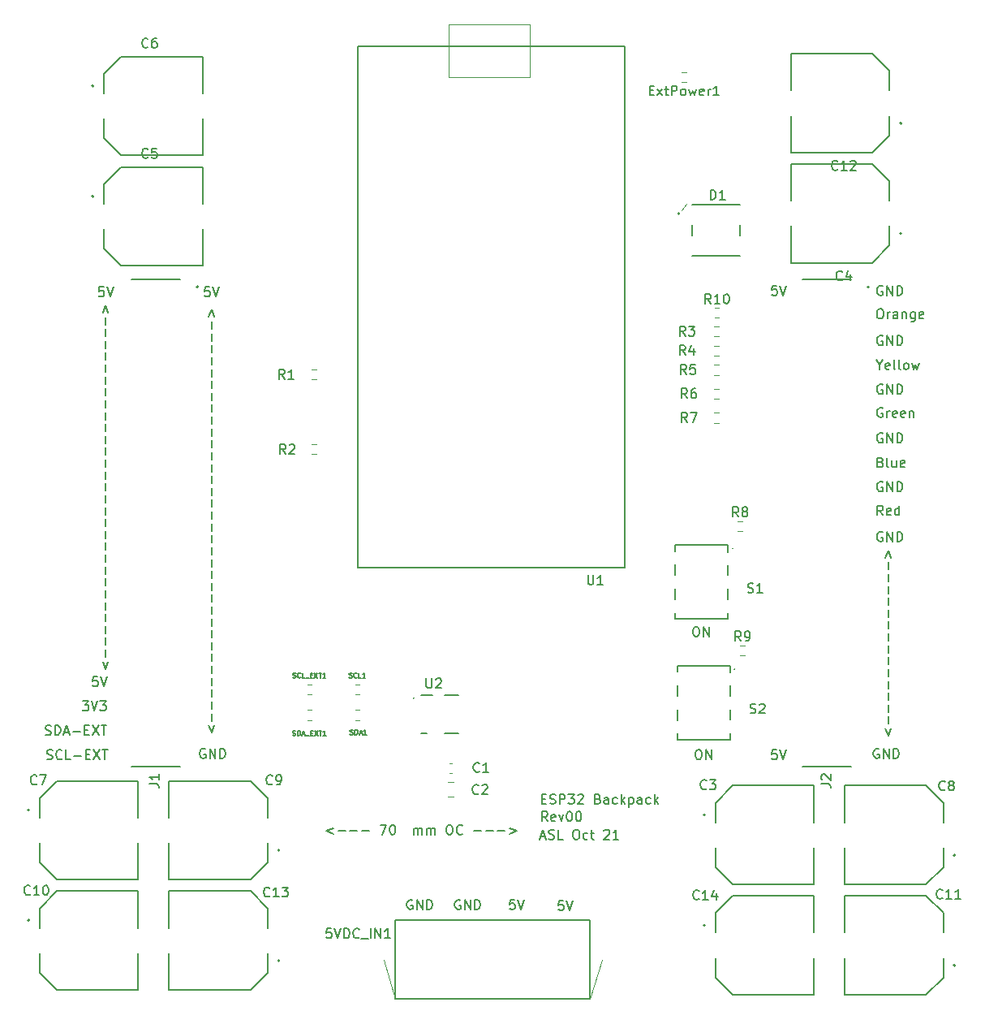
<source format=gbr>
%TF.GenerationSoftware,KiCad,Pcbnew,(5.1.9)-1*%
%TF.CreationDate,2021-10-25T22:56:29-04:00*%
%TF.ProjectId,ESP backpack,45535020-6261-4636-9b70-61636b2e6b69,rev?*%
%TF.SameCoordinates,Original*%
%TF.FileFunction,Legend,Top*%
%TF.FilePolarity,Positive*%
%FSLAX46Y46*%
G04 Gerber Fmt 4.6, Leading zero omitted, Abs format (unit mm)*
G04 Created by KiCad (PCBNEW (5.1.9)-1) date 2021-10-25 22:56:29*
%MOMM*%
%LPD*%
G01*
G04 APERTURE LIST*
%ADD10C,0.150000*%
%ADD11C,0.127000*%
%ADD12C,0.200000*%
%ADD13C,0.120000*%
G04 APERTURE END LIST*
D10*
X7338404Y-68540380D02*
X7957452Y-68540380D01*
X7624119Y-68921333D01*
X7766976Y-68921333D01*
X7862214Y-68968952D01*
X7909833Y-69016571D01*
X7957452Y-69111809D01*
X7957452Y-69349904D01*
X7909833Y-69445142D01*
X7862214Y-69492761D01*
X7766976Y-69540380D01*
X7481261Y-69540380D01*
X7386023Y-69492761D01*
X7338404Y-69445142D01*
X8243166Y-68540380D02*
X8576500Y-69540380D01*
X8909833Y-68540380D01*
X9147928Y-68540380D02*
X9766976Y-68540380D01*
X9433642Y-68921333D01*
X9576500Y-68921333D01*
X9671738Y-68968952D01*
X9719357Y-69016571D01*
X9766976Y-69111809D01*
X9766976Y-69349904D01*
X9719357Y-69445142D01*
X9671738Y-69492761D01*
X9576500Y-69540380D01*
X9290785Y-69540380D01*
X9195547Y-69492761D01*
X9147928Y-69445142D01*
X3461142Y-72032761D02*
X3604000Y-72080380D01*
X3842095Y-72080380D01*
X3937333Y-72032761D01*
X3984952Y-71985142D01*
X4032571Y-71889904D01*
X4032571Y-71794666D01*
X3984952Y-71699428D01*
X3937333Y-71651809D01*
X3842095Y-71604190D01*
X3651619Y-71556571D01*
X3556380Y-71508952D01*
X3508761Y-71461333D01*
X3461142Y-71366095D01*
X3461142Y-71270857D01*
X3508761Y-71175619D01*
X3556380Y-71128000D01*
X3651619Y-71080380D01*
X3889714Y-71080380D01*
X4032571Y-71128000D01*
X4461142Y-72080380D02*
X4461142Y-71080380D01*
X4699238Y-71080380D01*
X4842095Y-71128000D01*
X4937333Y-71223238D01*
X4984952Y-71318476D01*
X5032571Y-71508952D01*
X5032571Y-71651809D01*
X4984952Y-71842285D01*
X4937333Y-71937523D01*
X4842095Y-72032761D01*
X4699238Y-72080380D01*
X4461142Y-72080380D01*
X5413523Y-71794666D02*
X5889714Y-71794666D01*
X5318285Y-72080380D02*
X5651619Y-71080380D01*
X5984952Y-72080380D01*
X6318285Y-71699428D02*
X7080190Y-71699428D01*
X7556380Y-71556571D02*
X7889714Y-71556571D01*
X8032571Y-72080380D02*
X7556380Y-72080380D01*
X7556380Y-71080380D01*
X8032571Y-71080380D01*
X8365904Y-71080380D02*
X9032571Y-72080380D01*
X9032571Y-71080380D02*
X8365904Y-72080380D01*
X9270666Y-71080380D02*
X9842095Y-71080380D01*
X9556380Y-72080380D02*
X9556380Y-71080380D01*
X20133595Y-73541000D02*
X20038357Y-73493380D01*
X19895500Y-73493380D01*
X19752642Y-73541000D01*
X19657404Y-73636238D01*
X19609785Y-73731476D01*
X19562166Y-73921952D01*
X19562166Y-74064809D01*
X19609785Y-74255285D01*
X19657404Y-74350523D01*
X19752642Y-74445761D01*
X19895500Y-74493380D01*
X19990738Y-74493380D01*
X20133595Y-74445761D01*
X20181214Y-74398142D01*
X20181214Y-74064809D01*
X19990738Y-74064809D01*
X20609785Y-74493380D02*
X20609785Y-73493380D01*
X21181214Y-74493380D01*
X21181214Y-73493380D01*
X21657404Y-74493380D02*
X21657404Y-73493380D01*
X21895500Y-73493380D01*
X22038357Y-73541000D01*
X22133595Y-73636238D01*
X22181214Y-73731476D01*
X22228833Y-73921952D01*
X22228833Y-74064809D01*
X22181214Y-74255285D01*
X22133595Y-74350523D01*
X22038357Y-74445761D01*
X21895500Y-74493380D01*
X21657404Y-74493380D01*
X3611952Y-74572761D02*
X3754809Y-74620380D01*
X3992904Y-74620380D01*
X4088142Y-74572761D01*
X4135761Y-74525142D01*
X4183380Y-74429904D01*
X4183380Y-74334666D01*
X4135761Y-74239428D01*
X4088142Y-74191809D01*
X3992904Y-74144190D01*
X3802428Y-74096571D01*
X3707190Y-74048952D01*
X3659571Y-74001333D01*
X3611952Y-73906095D01*
X3611952Y-73810857D01*
X3659571Y-73715619D01*
X3707190Y-73668000D01*
X3802428Y-73620380D01*
X4040523Y-73620380D01*
X4183380Y-73668000D01*
X5183380Y-74525142D02*
X5135761Y-74572761D01*
X4992904Y-74620380D01*
X4897666Y-74620380D01*
X4754809Y-74572761D01*
X4659571Y-74477523D01*
X4611952Y-74382285D01*
X4564333Y-74191809D01*
X4564333Y-74048952D01*
X4611952Y-73858476D01*
X4659571Y-73763238D01*
X4754809Y-73668000D01*
X4897666Y-73620380D01*
X4992904Y-73620380D01*
X5135761Y-73668000D01*
X5183380Y-73715619D01*
X6088142Y-74620380D02*
X5611952Y-74620380D01*
X5611952Y-73620380D01*
X6421476Y-74239428D02*
X7183380Y-74239428D01*
X7659571Y-74096571D02*
X7992904Y-74096571D01*
X8135761Y-74620380D02*
X7659571Y-74620380D01*
X7659571Y-73620380D01*
X8135761Y-73620380D01*
X8469095Y-73620380D02*
X9135761Y-74620380D01*
X9135761Y-73620380D02*
X8469095Y-74620380D01*
X9373857Y-73620380D02*
X9945285Y-73620380D01*
X9659571Y-74620380D02*
X9659571Y-73620380D01*
X71516952Y-73620380D02*
X71707428Y-73620380D01*
X71802666Y-73668000D01*
X71897904Y-73763238D01*
X71945523Y-73953714D01*
X71945523Y-74287047D01*
X71897904Y-74477523D01*
X71802666Y-74572761D01*
X71707428Y-74620380D01*
X71516952Y-74620380D01*
X71421714Y-74572761D01*
X71326476Y-74477523D01*
X71278857Y-74287047D01*
X71278857Y-73953714D01*
X71326476Y-73763238D01*
X71421714Y-73668000D01*
X71516952Y-73620380D01*
X72374095Y-74620380D02*
X72374095Y-73620380D01*
X72945523Y-74620380D01*
X72945523Y-73620380D01*
X71262952Y-60793380D02*
X71453428Y-60793380D01*
X71548666Y-60841000D01*
X71643904Y-60936238D01*
X71691523Y-61126714D01*
X71691523Y-61460047D01*
X71643904Y-61650523D01*
X71548666Y-61745761D01*
X71453428Y-61793380D01*
X71262952Y-61793380D01*
X71167714Y-61745761D01*
X71072476Y-61650523D01*
X71024857Y-61460047D01*
X71024857Y-61126714D01*
X71072476Y-60936238D01*
X71167714Y-60841000D01*
X71262952Y-60793380D01*
X72120095Y-61793380D02*
X72120095Y-60793380D01*
X72691523Y-61793380D01*
X72691523Y-60793380D01*
X20486714Y-71069714D02*
X20772428Y-71831619D01*
X21058142Y-71069714D01*
X20772428Y-70593523D02*
X20772428Y-69831619D01*
X20772428Y-69355428D02*
X20772428Y-68593523D01*
X20772428Y-68117333D02*
X20772428Y-67355428D01*
X20772428Y-66879238D02*
X20772428Y-66117333D01*
X20772428Y-65641142D02*
X20772428Y-64879238D01*
X20772428Y-64403047D02*
X20772428Y-63641142D01*
X20772428Y-63164952D02*
X20772428Y-62403047D01*
X20772428Y-61926857D02*
X20772428Y-61164952D01*
X20772428Y-60688761D02*
X20772428Y-59926857D01*
X20772428Y-59450666D02*
X20772428Y-58688761D01*
X20772428Y-58212571D02*
X20772428Y-57450666D01*
X20772428Y-56974476D02*
X20772428Y-56212571D01*
X20772428Y-55736380D02*
X20772428Y-54974476D01*
X20772428Y-54498285D02*
X20772428Y-53736380D01*
X20772428Y-53260190D02*
X20772428Y-52498285D01*
X20772428Y-52022095D02*
X20772428Y-51260190D01*
X20772428Y-50784000D02*
X20772428Y-50022095D01*
X20772428Y-49545904D02*
X20772428Y-48784000D01*
X20772428Y-48307809D02*
X20772428Y-47545904D01*
X20772428Y-47069714D02*
X20772428Y-46307809D01*
X20772428Y-45831619D02*
X20772428Y-45069714D01*
X20772428Y-44593523D02*
X20772428Y-43831619D01*
X20772428Y-43355428D02*
X20772428Y-42593523D01*
X20772428Y-42117333D02*
X20772428Y-41355428D01*
X20772428Y-40879238D02*
X20772428Y-40117333D01*
X20772428Y-39641142D02*
X20772428Y-38879238D01*
X20772428Y-38403047D02*
X20772428Y-37641142D01*
X20772428Y-37164952D02*
X20772428Y-36403047D01*
X20772428Y-35926857D02*
X20772428Y-35164952D01*
X20772428Y-34688761D02*
X20772428Y-33926857D01*
X20772428Y-33450666D02*
X20772428Y-32688761D01*
X20772428Y-32212571D02*
X20772428Y-31450666D01*
X20772428Y-30974476D02*
X20772428Y-30212571D01*
X20772428Y-29736380D02*
X20772428Y-28974476D01*
X20486714Y-28498285D02*
X20772428Y-27736380D01*
X21058142Y-28498285D01*
X20578023Y-25360380D02*
X20101833Y-25360380D01*
X20054214Y-25836571D01*
X20101833Y-25788952D01*
X20197071Y-25741333D01*
X20435166Y-25741333D01*
X20530404Y-25788952D01*
X20578023Y-25836571D01*
X20625642Y-25931809D01*
X20625642Y-26169904D01*
X20578023Y-26265142D01*
X20530404Y-26312761D01*
X20435166Y-26360380D01*
X20197071Y-26360380D01*
X20101833Y-26312761D01*
X20054214Y-26265142D01*
X20911357Y-25360380D02*
X21244690Y-26360380D01*
X21578023Y-25360380D01*
X9529023Y-25360380D02*
X9052833Y-25360380D01*
X9005214Y-25836571D01*
X9052833Y-25788952D01*
X9148071Y-25741333D01*
X9386166Y-25741333D01*
X9481404Y-25788952D01*
X9529023Y-25836571D01*
X9576642Y-25931809D01*
X9576642Y-26169904D01*
X9529023Y-26265142D01*
X9481404Y-26312761D01*
X9386166Y-26360380D01*
X9148071Y-26360380D01*
X9052833Y-26312761D01*
X9005214Y-26265142D01*
X9862357Y-25360380D02*
X10195690Y-26360380D01*
X10529023Y-25360380D01*
X8894023Y-66000380D02*
X8417833Y-66000380D01*
X8370214Y-66476571D01*
X8417833Y-66428952D01*
X8513071Y-66381333D01*
X8751166Y-66381333D01*
X8846404Y-66428952D01*
X8894023Y-66476571D01*
X8941642Y-66571809D01*
X8941642Y-66809904D01*
X8894023Y-66905142D01*
X8846404Y-66952761D01*
X8751166Y-67000380D01*
X8513071Y-67000380D01*
X8417833Y-66952761D01*
X8370214Y-66905142D01*
X9227357Y-66000380D02*
X9560690Y-67000380D01*
X9894023Y-66000380D01*
X9437714Y-64418476D02*
X9723428Y-65180380D01*
X10009142Y-64418476D01*
X9723428Y-63942285D02*
X9723428Y-63180380D01*
X9723428Y-62704190D02*
X9723428Y-61942285D01*
X9723428Y-61466095D02*
X9723428Y-60704190D01*
X9723428Y-60228000D02*
X9723428Y-59466095D01*
X9723428Y-58989904D02*
X9723428Y-58228000D01*
X9723428Y-57751809D02*
X9723428Y-56989904D01*
X9723428Y-56513714D02*
X9723428Y-55751809D01*
X9723428Y-55275619D02*
X9723428Y-54513714D01*
X9723428Y-54037523D02*
X9723428Y-53275619D01*
X9723428Y-52799428D02*
X9723428Y-52037523D01*
X9723428Y-51561333D02*
X9723428Y-50799428D01*
X9723428Y-50323238D02*
X9723428Y-49561333D01*
X9723428Y-49085142D02*
X9723428Y-48323238D01*
X9723428Y-47847047D02*
X9723428Y-47085142D01*
X9723428Y-46608952D02*
X9723428Y-45847047D01*
X9723428Y-45370857D02*
X9723428Y-44608952D01*
X9723428Y-44132761D02*
X9723428Y-43370857D01*
X9723428Y-42894666D02*
X9723428Y-42132761D01*
X9723428Y-41656571D02*
X9723428Y-40894666D01*
X9723428Y-40418476D02*
X9723428Y-39656571D01*
X9723428Y-39180380D02*
X9723428Y-38418476D01*
X9723428Y-37942285D02*
X9723428Y-37180380D01*
X9723428Y-36704190D02*
X9723428Y-35942285D01*
X9723428Y-35466095D02*
X9723428Y-34704190D01*
X9723428Y-34227999D02*
X9723428Y-33466095D01*
X9723428Y-32989904D02*
X9723428Y-32227999D01*
X9723428Y-31751809D02*
X9723428Y-30989904D01*
X9723428Y-30513714D02*
X9723428Y-29751809D01*
X9723428Y-29275619D02*
X9723428Y-28513714D01*
X9437714Y-28037523D02*
X9723428Y-27275619D01*
X10009142Y-28037523D01*
X79760023Y-73620380D02*
X79283833Y-73620380D01*
X79236214Y-74096571D01*
X79283833Y-74048952D01*
X79379071Y-74001333D01*
X79617166Y-74001333D01*
X79712404Y-74048952D01*
X79760023Y-74096571D01*
X79807642Y-74191809D01*
X79807642Y-74429904D01*
X79760023Y-74525142D01*
X79712404Y-74572761D01*
X79617166Y-74620380D01*
X79379071Y-74620380D01*
X79283833Y-74572761D01*
X79236214Y-74525142D01*
X80093357Y-73620380D02*
X80426690Y-74620380D01*
X80760023Y-73620380D01*
X79760023Y-25233380D02*
X79283833Y-25233380D01*
X79236214Y-25709571D01*
X79283833Y-25661952D01*
X79379071Y-25614333D01*
X79617166Y-25614333D01*
X79712404Y-25661952D01*
X79760023Y-25709571D01*
X79807642Y-25804809D01*
X79807642Y-26042904D01*
X79760023Y-26138142D01*
X79712404Y-26185761D01*
X79617166Y-26233380D01*
X79379071Y-26233380D01*
X79283833Y-26185761D01*
X79236214Y-26138142D01*
X80093357Y-25233380D02*
X80426690Y-26233380D01*
X80760023Y-25233380D01*
X91098714Y-71388761D02*
X91384428Y-72150666D01*
X91670142Y-71388761D01*
X91384428Y-70912571D02*
X91384428Y-70150666D01*
X91384428Y-69674476D02*
X91384428Y-68912571D01*
X91384428Y-68436380D02*
X91384428Y-67674476D01*
X91384428Y-67198285D02*
X91384428Y-66436380D01*
X91384428Y-65960190D02*
X91384428Y-65198285D01*
X91384428Y-64722095D02*
X91384428Y-63960190D01*
X91384428Y-63483999D02*
X91384428Y-62722095D01*
X91384428Y-62245904D02*
X91384428Y-61483999D01*
X91384428Y-61007809D02*
X91384428Y-60245904D01*
X91384428Y-59769714D02*
X91384428Y-59007809D01*
X91384428Y-58531619D02*
X91384428Y-57769714D01*
X91384428Y-57293523D02*
X91384428Y-56531619D01*
X91384428Y-56055428D02*
X91384428Y-55293523D01*
X91384428Y-54817333D02*
X91384428Y-54055428D01*
X91098714Y-53579238D02*
X91384428Y-52817333D01*
X91670142Y-53579238D01*
X90424095Y-73541000D02*
X90328857Y-73493380D01*
X90186000Y-73493380D01*
X90043142Y-73541000D01*
X89947904Y-73636238D01*
X89900285Y-73731476D01*
X89852666Y-73921952D01*
X89852666Y-74064809D01*
X89900285Y-74255285D01*
X89947904Y-74350523D01*
X90043142Y-74445761D01*
X90186000Y-74493380D01*
X90281238Y-74493380D01*
X90424095Y-74445761D01*
X90471714Y-74398142D01*
X90471714Y-74064809D01*
X90281238Y-74064809D01*
X90900285Y-74493380D02*
X90900285Y-73493380D01*
X91471714Y-74493380D01*
X91471714Y-73493380D01*
X91947904Y-74493380D02*
X91947904Y-73493380D01*
X92186000Y-73493380D01*
X92328857Y-73541000D01*
X92424095Y-73636238D01*
X92471714Y-73731476D01*
X92519333Y-73921952D01*
X92519333Y-74064809D01*
X92471714Y-74255285D01*
X92424095Y-74350523D01*
X92328857Y-74445761D01*
X92186000Y-74493380D01*
X91947904Y-74493380D01*
X90805095Y-50935000D02*
X90709857Y-50887380D01*
X90567000Y-50887380D01*
X90424142Y-50935000D01*
X90328904Y-51030238D01*
X90281285Y-51125476D01*
X90233666Y-51315952D01*
X90233666Y-51458809D01*
X90281285Y-51649285D01*
X90328904Y-51744523D01*
X90424142Y-51839761D01*
X90567000Y-51887380D01*
X90662238Y-51887380D01*
X90805095Y-51839761D01*
X90852714Y-51792142D01*
X90852714Y-51458809D01*
X90662238Y-51458809D01*
X91281285Y-51887380D02*
X91281285Y-50887380D01*
X91852714Y-51887380D01*
X91852714Y-50887380D01*
X92328904Y-51887380D02*
X92328904Y-50887380D01*
X92567000Y-50887380D01*
X92709857Y-50935000D01*
X92805095Y-51030238D01*
X92852714Y-51125476D01*
X92900333Y-51315952D01*
X92900333Y-51458809D01*
X92852714Y-51649285D01*
X92805095Y-51744523D01*
X92709857Y-51839761D01*
X92567000Y-51887380D01*
X92328904Y-51887380D01*
X90805095Y-45728000D02*
X90709857Y-45680380D01*
X90567000Y-45680380D01*
X90424142Y-45728000D01*
X90328904Y-45823238D01*
X90281285Y-45918476D01*
X90233666Y-46108952D01*
X90233666Y-46251809D01*
X90281285Y-46442285D01*
X90328904Y-46537523D01*
X90424142Y-46632761D01*
X90567000Y-46680380D01*
X90662238Y-46680380D01*
X90805095Y-46632761D01*
X90852714Y-46585142D01*
X90852714Y-46251809D01*
X90662238Y-46251809D01*
X91281285Y-46680380D02*
X91281285Y-45680380D01*
X91852714Y-46680380D01*
X91852714Y-45680380D01*
X92328904Y-46680380D02*
X92328904Y-45680380D01*
X92567000Y-45680380D01*
X92709857Y-45728000D01*
X92805095Y-45823238D01*
X92852714Y-45918476D01*
X92900333Y-46108952D01*
X92900333Y-46251809D01*
X92852714Y-46442285D01*
X92805095Y-46537523D01*
X92709857Y-46632761D01*
X92567000Y-46680380D01*
X92328904Y-46680380D01*
X90805095Y-40648000D02*
X90709857Y-40600380D01*
X90567000Y-40600380D01*
X90424142Y-40648000D01*
X90328904Y-40743238D01*
X90281285Y-40838476D01*
X90233666Y-41028952D01*
X90233666Y-41171809D01*
X90281285Y-41362285D01*
X90328904Y-41457523D01*
X90424142Y-41552761D01*
X90567000Y-41600380D01*
X90662238Y-41600380D01*
X90805095Y-41552761D01*
X90852714Y-41505142D01*
X90852714Y-41171809D01*
X90662238Y-41171809D01*
X91281285Y-41600380D02*
X91281285Y-40600380D01*
X91852714Y-41600380D01*
X91852714Y-40600380D01*
X92328904Y-41600380D02*
X92328904Y-40600380D01*
X92567000Y-40600380D01*
X92709857Y-40648000D01*
X92805095Y-40743238D01*
X92852714Y-40838476D01*
X92900333Y-41028952D01*
X92900333Y-41171809D01*
X92852714Y-41362285D01*
X92805095Y-41457523D01*
X92709857Y-41552761D01*
X92567000Y-41600380D01*
X92328904Y-41600380D01*
X90805095Y-35568000D02*
X90709857Y-35520380D01*
X90567000Y-35520380D01*
X90424142Y-35568000D01*
X90328904Y-35663238D01*
X90281285Y-35758476D01*
X90233666Y-35948952D01*
X90233666Y-36091809D01*
X90281285Y-36282285D01*
X90328904Y-36377523D01*
X90424142Y-36472761D01*
X90567000Y-36520380D01*
X90662238Y-36520380D01*
X90805095Y-36472761D01*
X90852714Y-36425142D01*
X90852714Y-36091809D01*
X90662238Y-36091809D01*
X91281285Y-36520380D02*
X91281285Y-35520380D01*
X91852714Y-36520380D01*
X91852714Y-35520380D01*
X92328904Y-36520380D02*
X92328904Y-35520380D01*
X92567000Y-35520380D01*
X92709857Y-35568000D01*
X92805095Y-35663238D01*
X92852714Y-35758476D01*
X92900333Y-35948952D01*
X92900333Y-36091809D01*
X92852714Y-36282285D01*
X92805095Y-36377523D01*
X92709857Y-36472761D01*
X92567000Y-36520380D01*
X92328904Y-36520380D01*
X90805095Y-25281000D02*
X90709857Y-25233380D01*
X90567000Y-25233380D01*
X90424142Y-25281000D01*
X90328904Y-25376238D01*
X90281285Y-25471476D01*
X90233666Y-25661952D01*
X90233666Y-25804809D01*
X90281285Y-25995285D01*
X90328904Y-26090523D01*
X90424142Y-26185761D01*
X90567000Y-26233380D01*
X90662238Y-26233380D01*
X90805095Y-26185761D01*
X90852714Y-26138142D01*
X90852714Y-25804809D01*
X90662238Y-25804809D01*
X91281285Y-26233380D02*
X91281285Y-25233380D01*
X91852714Y-26233380D01*
X91852714Y-25233380D01*
X92328904Y-26233380D02*
X92328904Y-25233380D01*
X92567000Y-25233380D01*
X92709857Y-25281000D01*
X92805095Y-25376238D01*
X92852714Y-25471476D01*
X92900333Y-25661952D01*
X92900333Y-25804809D01*
X92852714Y-25995285D01*
X92805095Y-26090523D01*
X92709857Y-26185761D01*
X92567000Y-26233380D01*
X92328904Y-26233380D01*
X90805095Y-30488000D02*
X90709857Y-30440380D01*
X90567000Y-30440380D01*
X90424142Y-30488000D01*
X90328904Y-30583238D01*
X90281285Y-30678476D01*
X90233666Y-30868952D01*
X90233666Y-31011809D01*
X90281285Y-31202285D01*
X90328904Y-31297523D01*
X90424142Y-31392761D01*
X90567000Y-31440380D01*
X90662238Y-31440380D01*
X90805095Y-31392761D01*
X90852714Y-31345142D01*
X90852714Y-31011809D01*
X90662238Y-31011809D01*
X91281285Y-31440380D02*
X91281285Y-30440380D01*
X91852714Y-31440380D01*
X91852714Y-30440380D01*
X92328904Y-31440380D02*
X92328904Y-30440380D01*
X92567000Y-30440380D01*
X92709857Y-30488000D01*
X92805095Y-30583238D01*
X92852714Y-30678476D01*
X92900333Y-30868952D01*
X92900333Y-31011809D01*
X92852714Y-31202285D01*
X92805095Y-31297523D01*
X92709857Y-31392761D01*
X92567000Y-31440380D01*
X92328904Y-31440380D01*
X33533333Y-81785714D02*
X32771428Y-82071428D01*
X33533333Y-82357142D01*
X34009523Y-82071428D02*
X34771428Y-82071428D01*
X35247619Y-82071428D02*
X36009523Y-82071428D01*
X36485714Y-82071428D02*
X37247619Y-82071428D01*
X38390476Y-81452380D02*
X39057142Y-81452380D01*
X38628571Y-82452380D01*
X39628571Y-81452380D02*
X39723809Y-81452380D01*
X39819047Y-81500000D01*
X39866666Y-81547619D01*
X39914285Y-81642857D01*
X39961904Y-81833333D01*
X39961904Y-82071428D01*
X39914285Y-82261904D01*
X39866666Y-82357142D01*
X39819047Y-82404761D01*
X39723809Y-82452380D01*
X39628571Y-82452380D01*
X39533333Y-82404761D01*
X39485714Y-82357142D01*
X39438095Y-82261904D01*
X39390476Y-82071428D01*
X39390476Y-81833333D01*
X39438095Y-81642857D01*
X39485714Y-81547619D01*
X39533333Y-81500000D01*
X39628571Y-81452380D01*
X41914285Y-82452380D02*
X41914285Y-81785714D01*
X41914285Y-81880952D02*
X41961904Y-81833333D01*
X42057142Y-81785714D01*
X42200000Y-81785714D01*
X42295238Y-81833333D01*
X42342857Y-81928571D01*
X42342857Y-82452380D01*
X42342857Y-81928571D02*
X42390476Y-81833333D01*
X42485714Y-81785714D01*
X42628571Y-81785714D01*
X42723809Y-81833333D01*
X42771428Y-81928571D01*
X42771428Y-82452380D01*
X43247619Y-82452380D02*
X43247619Y-81785714D01*
X43247619Y-81880952D02*
X43295238Y-81833333D01*
X43390476Y-81785714D01*
X43533333Y-81785714D01*
X43628571Y-81833333D01*
X43676190Y-81928571D01*
X43676190Y-82452380D01*
X43676190Y-81928571D02*
X43723809Y-81833333D01*
X43819047Y-81785714D01*
X43961904Y-81785714D01*
X44057142Y-81833333D01*
X44104761Y-81928571D01*
X44104761Y-82452380D01*
X45533333Y-81452380D02*
X45723809Y-81452380D01*
X45819047Y-81500000D01*
X45914285Y-81595238D01*
X45961904Y-81785714D01*
X45961904Y-82119047D01*
X45914285Y-82309523D01*
X45819047Y-82404761D01*
X45723809Y-82452380D01*
X45533333Y-82452380D01*
X45438095Y-82404761D01*
X45342857Y-82309523D01*
X45295238Y-82119047D01*
X45295238Y-81785714D01*
X45342857Y-81595238D01*
X45438095Y-81500000D01*
X45533333Y-81452380D01*
X46961904Y-82357142D02*
X46914285Y-82404761D01*
X46771428Y-82452380D01*
X46676190Y-82452380D01*
X46533333Y-82404761D01*
X46438095Y-82309523D01*
X46390476Y-82214285D01*
X46342857Y-82023809D01*
X46342857Y-81880952D01*
X46390476Y-81690476D01*
X46438095Y-81595238D01*
X46533333Y-81500000D01*
X46676190Y-81452380D01*
X46771428Y-81452380D01*
X46914285Y-81500000D01*
X46961904Y-81547619D01*
X48152380Y-82071428D02*
X48914285Y-82071428D01*
X49390476Y-82071428D02*
X50152380Y-82071428D01*
X50628571Y-82071428D02*
X51390476Y-82071428D01*
X51866666Y-81785714D02*
X52628571Y-82071428D01*
X51866666Y-82357142D01*
X55128571Y-82666666D02*
X55604761Y-82666666D01*
X55033333Y-82952380D02*
X55366666Y-81952380D01*
X55700000Y-82952380D01*
X55985714Y-82904761D02*
X56128571Y-82952380D01*
X56366666Y-82952380D01*
X56461904Y-82904761D01*
X56509523Y-82857142D01*
X56557142Y-82761904D01*
X56557142Y-82666666D01*
X56509523Y-82571428D01*
X56461904Y-82523809D01*
X56366666Y-82476190D01*
X56176190Y-82428571D01*
X56080952Y-82380952D01*
X56033333Y-82333333D01*
X55985714Y-82238095D01*
X55985714Y-82142857D01*
X56033333Y-82047619D01*
X56080952Y-82000000D01*
X56176190Y-81952380D01*
X56414285Y-81952380D01*
X56557142Y-82000000D01*
X57461904Y-82952380D02*
X56985714Y-82952380D01*
X56985714Y-81952380D01*
X58747619Y-81952380D02*
X58938095Y-81952380D01*
X59033333Y-82000000D01*
X59128571Y-82095238D01*
X59176190Y-82285714D01*
X59176190Y-82619047D01*
X59128571Y-82809523D01*
X59033333Y-82904761D01*
X58938095Y-82952380D01*
X58747619Y-82952380D01*
X58652380Y-82904761D01*
X58557142Y-82809523D01*
X58509523Y-82619047D01*
X58509523Y-82285714D01*
X58557142Y-82095238D01*
X58652380Y-82000000D01*
X58747619Y-81952380D01*
X60033333Y-82904761D02*
X59938095Y-82952380D01*
X59747619Y-82952380D01*
X59652380Y-82904761D01*
X59604761Y-82857142D01*
X59557142Y-82761904D01*
X59557142Y-82476190D01*
X59604761Y-82380952D01*
X59652380Y-82333333D01*
X59747619Y-82285714D01*
X59938095Y-82285714D01*
X60033333Y-82333333D01*
X60319047Y-82285714D02*
X60700000Y-82285714D01*
X60461904Y-81952380D02*
X60461904Y-82809523D01*
X60509523Y-82904761D01*
X60604761Y-82952380D01*
X60700000Y-82952380D01*
X61747619Y-82047619D02*
X61795238Y-82000000D01*
X61890476Y-81952380D01*
X62128571Y-81952380D01*
X62223809Y-82000000D01*
X62271428Y-82047619D01*
X62319047Y-82142857D01*
X62319047Y-82238095D01*
X62271428Y-82380952D01*
X61700000Y-82952380D01*
X62319047Y-82952380D01*
X63271428Y-82952380D02*
X62700000Y-82952380D01*
X62985714Y-82952380D02*
X62985714Y-81952380D01*
X62890476Y-82095238D01*
X62795238Y-82190476D01*
X62700000Y-82238095D01*
X55847619Y-81052380D02*
X55514285Y-80576190D01*
X55276190Y-81052380D02*
X55276190Y-80052380D01*
X55657142Y-80052380D01*
X55752380Y-80100000D01*
X55800000Y-80147619D01*
X55847619Y-80242857D01*
X55847619Y-80385714D01*
X55800000Y-80480952D01*
X55752380Y-80528571D01*
X55657142Y-80576190D01*
X55276190Y-80576190D01*
X56657142Y-81004761D02*
X56561904Y-81052380D01*
X56371428Y-81052380D01*
X56276190Y-81004761D01*
X56228571Y-80909523D01*
X56228571Y-80528571D01*
X56276190Y-80433333D01*
X56371428Y-80385714D01*
X56561904Y-80385714D01*
X56657142Y-80433333D01*
X56704761Y-80528571D01*
X56704761Y-80623809D01*
X56228571Y-80719047D01*
X57038095Y-80385714D02*
X57276190Y-81052380D01*
X57514285Y-80385714D01*
X58085714Y-80052380D02*
X58180952Y-80052380D01*
X58276190Y-80100000D01*
X58323809Y-80147619D01*
X58371428Y-80242857D01*
X58419047Y-80433333D01*
X58419047Y-80671428D01*
X58371428Y-80861904D01*
X58323809Y-80957142D01*
X58276190Y-81004761D01*
X58180952Y-81052380D01*
X58085714Y-81052380D01*
X57990476Y-81004761D01*
X57942857Y-80957142D01*
X57895238Y-80861904D01*
X57847619Y-80671428D01*
X57847619Y-80433333D01*
X57895238Y-80242857D01*
X57942857Y-80147619D01*
X57990476Y-80100000D01*
X58085714Y-80052380D01*
X59038095Y-80052380D02*
X59133333Y-80052380D01*
X59228571Y-80100000D01*
X59276190Y-80147619D01*
X59323809Y-80242857D01*
X59371428Y-80433333D01*
X59371428Y-80671428D01*
X59323809Y-80861904D01*
X59276190Y-80957142D01*
X59228571Y-81004761D01*
X59133333Y-81052380D01*
X59038095Y-81052380D01*
X58942857Y-81004761D01*
X58895238Y-80957142D01*
X58847619Y-80861904D01*
X58800000Y-80671428D01*
X58800000Y-80433333D01*
X58847619Y-80242857D01*
X58895238Y-80147619D01*
X58942857Y-80100000D01*
X59038095Y-80052380D01*
X55252380Y-78728571D02*
X55585714Y-78728571D01*
X55728571Y-79252380D02*
X55252380Y-79252380D01*
X55252380Y-78252380D01*
X55728571Y-78252380D01*
X56109523Y-79204761D02*
X56252380Y-79252380D01*
X56490476Y-79252380D01*
X56585714Y-79204761D01*
X56633333Y-79157142D01*
X56680952Y-79061904D01*
X56680952Y-78966666D01*
X56633333Y-78871428D01*
X56585714Y-78823809D01*
X56490476Y-78776190D01*
X56300000Y-78728571D01*
X56204761Y-78680952D01*
X56157142Y-78633333D01*
X56109523Y-78538095D01*
X56109523Y-78442857D01*
X56157142Y-78347619D01*
X56204761Y-78300000D01*
X56300000Y-78252380D01*
X56538095Y-78252380D01*
X56680952Y-78300000D01*
X57109523Y-79252380D02*
X57109523Y-78252380D01*
X57490476Y-78252380D01*
X57585714Y-78300000D01*
X57633333Y-78347619D01*
X57680952Y-78442857D01*
X57680952Y-78585714D01*
X57633333Y-78680952D01*
X57585714Y-78728571D01*
X57490476Y-78776190D01*
X57109523Y-78776190D01*
X58014285Y-78252380D02*
X58633333Y-78252380D01*
X58300000Y-78633333D01*
X58442857Y-78633333D01*
X58538095Y-78680952D01*
X58585714Y-78728571D01*
X58633333Y-78823809D01*
X58633333Y-79061904D01*
X58585714Y-79157142D01*
X58538095Y-79204761D01*
X58442857Y-79252380D01*
X58157142Y-79252380D01*
X58061904Y-79204761D01*
X58014285Y-79157142D01*
X59014285Y-78347619D02*
X59061904Y-78300000D01*
X59157142Y-78252380D01*
X59395238Y-78252380D01*
X59490476Y-78300000D01*
X59538095Y-78347619D01*
X59585714Y-78442857D01*
X59585714Y-78538095D01*
X59538095Y-78680952D01*
X58966666Y-79252380D01*
X59585714Y-79252380D01*
X61109523Y-78728571D02*
X61252380Y-78776190D01*
X61300000Y-78823809D01*
X61347619Y-78919047D01*
X61347619Y-79061904D01*
X61300000Y-79157142D01*
X61252380Y-79204761D01*
X61157142Y-79252380D01*
X60776190Y-79252380D01*
X60776190Y-78252380D01*
X61109523Y-78252380D01*
X61204761Y-78300000D01*
X61252380Y-78347619D01*
X61300000Y-78442857D01*
X61300000Y-78538095D01*
X61252380Y-78633333D01*
X61204761Y-78680952D01*
X61109523Y-78728571D01*
X60776190Y-78728571D01*
X62204761Y-79252380D02*
X62204761Y-78728571D01*
X62157142Y-78633333D01*
X62061904Y-78585714D01*
X61871428Y-78585714D01*
X61776190Y-78633333D01*
X62204761Y-79204761D02*
X62109523Y-79252380D01*
X61871428Y-79252380D01*
X61776190Y-79204761D01*
X61728571Y-79109523D01*
X61728571Y-79014285D01*
X61776190Y-78919047D01*
X61871428Y-78871428D01*
X62109523Y-78871428D01*
X62204761Y-78823809D01*
X63109523Y-79204761D02*
X63014285Y-79252380D01*
X62823809Y-79252380D01*
X62728571Y-79204761D01*
X62680952Y-79157142D01*
X62633333Y-79061904D01*
X62633333Y-78776190D01*
X62680952Y-78680952D01*
X62728571Y-78633333D01*
X62823809Y-78585714D01*
X63014285Y-78585714D01*
X63109523Y-78633333D01*
X63538095Y-79252380D02*
X63538095Y-78252380D01*
X63633333Y-78871428D02*
X63919047Y-79252380D01*
X63919047Y-78585714D02*
X63538095Y-78966666D01*
X64347619Y-78585714D02*
X64347619Y-79585714D01*
X64347619Y-78633333D02*
X64442857Y-78585714D01*
X64633333Y-78585714D01*
X64728571Y-78633333D01*
X64776190Y-78680952D01*
X64823809Y-78776190D01*
X64823809Y-79061904D01*
X64776190Y-79157142D01*
X64728571Y-79204761D01*
X64633333Y-79252380D01*
X64442857Y-79252380D01*
X64347619Y-79204761D01*
X65680952Y-79252380D02*
X65680952Y-78728571D01*
X65633333Y-78633333D01*
X65538095Y-78585714D01*
X65347619Y-78585714D01*
X65252380Y-78633333D01*
X65680952Y-79204761D02*
X65585714Y-79252380D01*
X65347619Y-79252380D01*
X65252380Y-79204761D01*
X65204761Y-79109523D01*
X65204761Y-79014285D01*
X65252380Y-78919047D01*
X65347619Y-78871428D01*
X65585714Y-78871428D01*
X65680952Y-78823809D01*
X66585714Y-79204761D02*
X66490476Y-79252380D01*
X66300000Y-79252380D01*
X66204761Y-79204761D01*
X66157142Y-79157142D01*
X66109523Y-79061904D01*
X66109523Y-78776190D01*
X66157142Y-78680952D01*
X66204761Y-78633333D01*
X66300000Y-78585714D01*
X66490476Y-78585714D01*
X66585714Y-78633333D01*
X67014285Y-79252380D02*
X67014285Y-78252380D01*
X67109523Y-78871428D02*
X67395238Y-79252380D01*
X67395238Y-78585714D02*
X67014285Y-78966666D01*
X41738095Y-89300000D02*
X41642857Y-89252380D01*
X41500000Y-89252380D01*
X41357142Y-89300000D01*
X41261904Y-89395238D01*
X41214285Y-89490476D01*
X41166666Y-89680952D01*
X41166666Y-89823809D01*
X41214285Y-90014285D01*
X41261904Y-90109523D01*
X41357142Y-90204761D01*
X41500000Y-90252380D01*
X41595238Y-90252380D01*
X41738095Y-90204761D01*
X41785714Y-90157142D01*
X41785714Y-89823809D01*
X41595238Y-89823809D01*
X42214285Y-90252380D02*
X42214285Y-89252380D01*
X42785714Y-90252380D01*
X42785714Y-89252380D01*
X43261904Y-90252380D02*
X43261904Y-89252380D01*
X43500000Y-89252380D01*
X43642857Y-89300000D01*
X43738095Y-89395238D01*
X43785714Y-89490476D01*
X43833333Y-89680952D01*
X43833333Y-89823809D01*
X43785714Y-90014285D01*
X43738095Y-90109523D01*
X43642857Y-90204761D01*
X43500000Y-90252380D01*
X43261904Y-90252380D01*
X46738095Y-89300000D02*
X46642857Y-89252380D01*
X46500000Y-89252380D01*
X46357142Y-89300000D01*
X46261904Y-89395238D01*
X46214285Y-89490476D01*
X46166666Y-89680952D01*
X46166666Y-89823809D01*
X46214285Y-90014285D01*
X46261904Y-90109523D01*
X46357142Y-90204761D01*
X46500000Y-90252380D01*
X46595238Y-90252380D01*
X46738095Y-90204761D01*
X46785714Y-90157142D01*
X46785714Y-89823809D01*
X46595238Y-89823809D01*
X47214285Y-90252380D02*
X47214285Y-89252380D01*
X47785714Y-90252380D01*
X47785714Y-89252380D01*
X48261904Y-90252380D02*
X48261904Y-89252380D01*
X48500000Y-89252380D01*
X48642857Y-89300000D01*
X48738095Y-89395238D01*
X48785714Y-89490476D01*
X48833333Y-89680952D01*
X48833333Y-89823809D01*
X48785714Y-90014285D01*
X48738095Y-90109523D01*
X48642857Y-90204761D01*
X48500000Y-90252380D01*
X48261904Y-90252380D01*
X52409523Y-89252380D02*
X51933333Y-89252380D01*
X51885714Y-89728571D01*
X51933333Y-89680952D01*
X52028571Y-89633333D01*
X52266666Y-89633333D01*
X52361904Y-89680952D01*
X52409523Y-89728571D01*
X52457142Y-89823809D01*
X52457142Y-90061904D01*
X52409523Y-90157142D01*
X52361904Y-90204761D01*
X52266666Y-90252380D01*
X52028571Y-90252380D01*
X51933333Y-90204761D01*
X51885714Y-90157142D01*
X52742857Y-89252380D02*
X53076190Y-90252380D01*
X53409523Y-89252380D01*
X57509523Y-89352380D02*
X57033333Y-89352380D01*
X56985714Y-89828571D01*
X57033333Y-89780952D01*
X57128571Y-89733333D01*
X57366666Y-89733333D01*
X57461904Y-89780952D01*
X57509523Y-89828571D01*
X57557142Y-89923809D01*
X57557142Y-90161904D01*
X57509523Y-90257142D01*
X57461904Y-90304761D01*
X57366666Y-90352380D01*
X57128571Y-90352380D01*
X57033333Y-90304761D01*
X56985714Y-90257142D01*
X57842857Y-89352380D02*
X58176190Y-90352380D01*
X58509523Y-89352380D01*
X90471761Y-27652380D02*
X90662238Y-27652380D01*
X90757476Y-27700000D01*
X90852714Y-27795238D01*
X90900333Y-27985714D01*
X90900333Y-28319047D01*
X90852714Y-28509523D01*
X90757476Y-28604761D01*
X90662238Y-28652380D01*
X90471761Y-28652380D01*
X90376523Y-28604761D01*
X90281285Y-28509523D01*
X90233666Y-28319047D01*
X90233666Y-27985714D01*
X90281285Y-27795238D01*
X90376523Y-27700000D01*
X90471761Y-27652380D01*
X91328904Y-28652380D02*
X91328904Y-27985714D01*
X91328904Y-28176190D02*
X91376523Y-28080952D01*
X91424142Y-28033333D01*
X91519380Y-27985714D01*
X91614618Y-27985714D01*
X92376523Y-28652380D02*
X92376523Y-28128571D01*
X92328904Y-28033333D01*
X92233666Y-27985714D01*
X92043190Y-27985714D01*
X91947952Y-28033333D01*
X92376523Y-28604761D02*
X92281285Y-28652380D01*
X92043190Y-28652380D01*
X91947952Y-28604761D01*
X91900333Y-28509523D01*
X91900333Y-28414285D01*
X91947952Y-28319047D01*
X92043190Y-28271428D01*
X92281285Y-28271428D01*
X92376523Y-28223809D01*
X92852714Y-27985714D02*
X92852714Y-28652380D01*
X92852714Y-28080952D02*
X92900333Y-28033333D01*
X92995571Y-27985714D01*
X93138428Y-27985714D01*
X93233666Y-28033333D01*
X93281285Y-28128571D01*
X93281285Y-28652380D01*
X94186047Y-27985714D02*
X94186047Y-28795238D01*
X94138428Y-28890476D01*
X94090809Y-28938095D01*
X93995571Y-28985714D01*
X93852714Y-28985714D01*
X93757476Y-28938095D01*
X94186047Y-28604761D02*
X94090809Y-28652380D01*
X93900333Y-28652380D01*
X93805095Y-28604761D01*
X93757476Y-28557142D01*
X93709857Y-28461904D01*
X93709857Y-28176190D01*
X93757476Y-28080952D01*
X93805095Y-28033333D01*
X93900333Y-27985714D01*
X94090809Y-27985714D01*
X94186047Y-28033333D01*
X95043190Y-28604761D02*
X94947952Y-28652380D01*
X94757476Y-28652380D01*
X94662238Y-28604761D01*
X94614618Y-28509523D01*
X94614618Y-28128571D01*
X94662238Y-28033333D01*
X94757476Y-27985714D01*
X94947952Y-27985714D01*
X95043190Y-28033333D01*
X95090809Y-28128571D01*
X95090809Y-28223809D01*
X94614618Y-28319047D01*
X90471762Y-33476190D02*
X90471762Y-33952380D01*
X90138429Y-32952380D02*
X90471762Y-33476190D01*
X90805095Y-32952380D01*
X91519381Y-33904761D02*
X91424143Y-33952380D01*
X91233667Y-33952380D01*
X91138429Y-33904761D01*
X91090810Y-33809523D01*
X91090810Y-33428571D01*
X91138429Y-33333333D01*
X91233667Y-33285714D01*
X91424143Y-33285714D01*
X91519381Y-33333333D01*
X91567000Y-33428571D01*
X91567000Y-33523809D01*
X91090810Y-33619047D01*
X92138429Y-33952380D02*
X92043191Y-33904761D01*
X91995572Y-33809523D01*
X91995572Y-32952380D01*
X92662238Y-33952380D02*
X92567000Y-33904761D01*
X92519381Y-33809523D01*
X92519381Y-32952380D01*
X93186048Y-33952380D02*
X93090810Y-33904761D01*
X93043191Y-33857142D01*
X92995572Y-33761904D01*
X92995572Y-33476190D01*
X93043191Y-33380952D01*
X93090810Y-33333333D01*
X93186048Y-33285714D01*
X93328905Y-33285714D01*
X93424143Y-33333333D01*
X93471762Y-33380952D01*
X93519381Y-33476190D01*
X93519381Y-33761904D01*
X93471762Y-33857142D01*
X93424143Y-33904761D01*
X93328905Y-33952380D01*
X93186048Y-33952380D01*
X93852714Y-33285714D02*
X94043191Y-33952380D01*
X94233667Y-33476190D01*
X94424143Y-33952380D01*
X94614619Y-33285714D01*
X90805095Y-38000000D02*
X90709857Y-37952380D01*
X90566999Y-37952380D01*
X90424142Y-38000000D01*
X90328904Y-38095238D01*
X90281285Y-38190476D01*
X90233666Y-38380952D01*
X90233666Y-38523809D01*
X90281285Y-38714285D01*
X90328904Y-38809523D01*
X90424142Y-38904761D01*
X90566999Y-38952380D01*
X90662238Y-38952380D01*
X90805095Y-38904761D01*
X90852714Y-38857142D01*
X90852714Y-38523809D01*
X90662238Y-38523809D01*
X91281285Y-38952380D02*
X91281285Y-38285714D01*
X91281285Y-38476190D02*
X91328904Y-38380952D01*
X91376523Y-38333333D01*
X91471761Y-38285714D01*
X91566999Y-38285714D01*
X92281285Y-38904761D02*
X92186047Y-38952380D01*
X91995571Y-38952380D01*
X91900333Y-38904761D01*
X91852714Y-38809523D01*
X91852714Y-38428571D01*
X91900333Y-38333333D01*
X91995571Y-38285714D01*
X92186047Y-38285714D01*
X92281285Y-38333333D01*
X92328904Y-38428571D01*
X92328904Y-38523809D01*
X91852714Y-38619047D01*
X93138428Y-38904761D02*
X93043190Y-38952380D01*
X92852714Y-38952380D01*
X92757476Y-38904761D01*
X92709857Y-38809523D01*
X92709857Y-38428571D01*
X92757476Y-38333333D01*
X92852714Y-38285714D01*
X93043190Y-38285714D01*
X93138428Y-38333333D01*
X93186047Y-38428571D01*
X93186047Y-38523809D01*
X92709857Y-38619047D01*
X93614618Y-38285714D02*
X93614618Y-38952380D01*
X93614618Y-38380952D02*
X93662238Y-38333333D01*
X93757476Y-38285714D01*
X93900333Y-38285714D01*
X93995571Y-38333333D01*
X94043190Y-38428571D01*
X94043190Y-38952380D01*
X90614619Y-43628571D02*
X90757476Y-43676190D01*
X90805095Y-43723809D01*
X90852714Y-43819047D01*
X90852714Y-43961904D01*
X90805095Y-44057142D01*
X90757476Y-44104761D01*
X90662238Y-44152380D01*
X90281286Y-44152380D01*
X90281286Y-43152380D01*
X90614619Y-43152380D01*
X90709857Y-43200000D01*
X90757476Y-43247619D01*
X90805095Y-43342857D01*
X90805095Y-43438095D01*
X90757476Y-43533333D01*
X90709857Y-43580952D01*
X90614619Y-43628571D01*
X90281286Y-43628571D01*
X91424143Y-44152380D02*
X91328905Y-44104761D01*
X91281286Y-44009523D01*
X91281286Y-43152380D01*
X92233667Y-43485714D02*
X92233667Y-44152380D01*
X91805095Y-43485714D02*
X91805095Y-44009523D01*
X91852714Y-44104761D01*
X91947952Y-44152380D01*
X92090809Y-44152380D01*
X92186048Y-44104761D01*
X92233667Y-44057142D01*
X93090809Y-44104761D02*
X92995571Y-44152380D01*
X92805095Y-44152380D01*
X92709857Y-44104761D01*
X92662238Y-44009523D01*
X92662238Y-43628571D01*
X92709857Y-43533333D01*
X92805095Y-43485714D01*
X92995571Y-43485714D01*
X93090809Y-43533333D01*
X93138428Y-43628571D01*
X93138428Y-43723809D01*
X92662238Y-43819047D01*
X90852714Y-49152380D02*
X90519381Y-48676190D01*
X90281285Y-49152380D02*
X90281285Y-48152380D01*
X90662238Y-48152380D01*
X90757476Y-48200000D01*
X90805095Y-48247619D01*
X90852714Y-48342857D01*
X90852714Y-48485714D01*
X90805095Y-48580952D01*
X90757476Y-48628571D01*
X90662238Y-48676190D01*
X90281285Y-48676190D01*
X91662238Y-49104761D02*
X91567000Y-49152380D01*
X91376523Y-49152380D01*
X91281285Y-49104761D01*
X91233666Y-49009523D01*
X91233666Y-48628571D01*
X91281285Y-48533333D01*
X91376523Y-48485714D01*
X91567000Y-48485714D01*
X91662238Y-48533333D01*
X91709857Y-48628571D01*
X91709857Y-48723809D01*
X91233666Y-48819047D01*
X92567000Y-49152380D02*
X92567000Y-48152380D01*
X92567000Y-49104761D02*
X92471762Y-49152380D01*
X92281285Y-49152380D01*
X92186047Y-49104761D01*
X92138428Y-49057142D01*
X92090809Y-48961904D01*
X92090809Y-48676190D01*
X92138428Y-48580952D01*
X92186047Y-48533333D01*
X92281285Y-48485714D01*
X92471762Y-48485714D01*
X92567000Y-48533333D01*
D11*
%TO.C,S1*%
X74632000Y-52994000D02*
X74632000Y-52284000D01*
X74632000Y-52284000D02*
X69132000Y-52284000D01*
X69132000Y-52284000D02*
X69132000Y-52914000D01*
X74632000Y-54344000D02*
X74632000Y-55424000D01*
X74632000Y-56834000D02*
X74632000Y-57914000D01*
X74632000Y-59344000D02*
X74632000Y-59984000D01*
X74632000Y-59984000D02*
X69132000Y-59984000D01*
X69132000Y-59984000D02*
X69132000Y-59324000D01*
X69132000Y-54324000D02*
X69132000Y-55404000D01*
X69132000Y-56864000D02*
X69132000Y-57944000D01*
D12*
X75132000Y-52634000D02*
G75*
G03*
X75132000Y-52634000I-50000J0D01*
G01*
%TO.C,D1*%
X69656000Y-17701000D02*
G75*
G03*
X69656000Y-17701000I-100000J0D01*
G01*
D11*
X75906000Y-18901000D02*
X75906000Y-19961000D01*
X70906000Y-18901000D02*
X70906000Y-19961000D01*
X70906000Y-22101000D02*
X75906000Y-22101000D01*
X70906000Y-16761000D02*
X75906000Y-16761000D01*
D13*
X69824600Y-17399000D02*
X70332600Y-16713200D01*
%TO.C,U1*%
X45500000Y2000000D02*
X54000000Y2000000D01*
X45500000Y-3500000D02*
X45500000Y2000000D01*
X54000000Y-3500000D02*
X45500000Y-3500000D01*
X54000000Y2000000D02*
X54000000Y-3500000D01*
D11*
X63950000Y-250000D02*
X63950000Y-54650000D01*
X63950000Y-54650000D02*
X36050000Y-54650000D01*
X36050000Y-54650000D02*
X36050000Y-250000D01*
X36050000Y-250000D02*
X63950000Y-250000D01*
D12*
%TO.C,J1*%
X17540000Y-24600000D02*
X12460000Y-24600000D01*
X17540000Y-75400000D02*
X12460000Y-75400000D01*
X19420000Y-25360000D02*
G75*
G03*
X19420000Y-25360000I-100000J0D01*
G01*
%TO.C,J2*%
X87540000Y-24600000D02*
X82460000Y-24600000D01*
X87540000Y-75400000D02*
X82460000Y-75400000D01*
X89420000Y-25360000D02*
G75*
G03*
X89420000Y-25360000I-100000J0D01*
G01*
D13*
%TO.C,5VDC_IN1*%
X39960000Y-99600000D02*
X38750000Y-95500000D01*
X60280000Y-99600000D02*
X61500000Y-95500000D01*
D11*
X39960000Y-91400000D02*
X60280000Y-91400000D01*
X60280000Y-91400000D02*
X60280000Y-99600000D01*
X60280000Y-99600000D02*
X39960000Y-99600000D01*
X39960000Y-99600000D02*
X39960000Y-91400000D01*
D12*
%TO.C,C6*%
X8500000Y-4400000D02*
G75*
G03*
X8500000Y-4400000I-100000J0D01*
G01*
D11*
X19850000Y-11650000D02*
X19850000Y-7820000D01*
X19850000Y-5180000D02*
X19850000Y-1350000D01*
X9550000Y-7820000D02*
X9550000Y-9850000D01*
X9550000Y-3150000D02*
X9550000Y-5180000D01*
X11350000Y-1350000D02*
X9550000Y-3150000D01*
X19850000Y-1350000D02*
X11350000Y-1350000D01*
X11350000Y-11650000D02*
X19850000Y-11650000D01*
X9550000Y-9850000D02*
X11350000Y-11650000D01*
D13*
%TO.C,C1*%
X45890580Y-76010000D02*
X45609420Y-76010000D01*
X45890580Y-74990000D02*
X45609420Y-74990000D01*
%TO.C,C2*%
X46011252Y-78485000D02*
X45488748Y-78485000D01*
X46011252Y-77015000D02*
X45488748Y-77015000D01*
D12*
%TO.C,C3*%
X72300000Y-80400000D02*
G75*
G03*
X72300000Y-80400000I-100000J0D01*
G01*
D11*
X83650000Y-87650000D02*
X83650000Y-83820000D01*
X83650000Y-81180000D02*
X83650000Y-77350000D01*
X73350000Y-83820000D02*
X73350000Y-85850000D01*
X73350000Y-79150000D02*
X73350000Y-81180000D01*
X75150000Y-77350000D02*
X73350000Y-79150000D01*
X83650000Y-77350000D02*
X75150000Y-77350000D01*
X75150000Y-87650000D02*
X83650000Y-87650000D01*
X73350000Y-85850000D02*
X75150000Y-87650000D01*
%TO.C,C4*%
X91550000Y-14350000D02*
X89750000Y-12550000D01*
X89750000Y-12550000D02*
X81250000Y-12550000D01*
X81250000Y-22850000D02*
X89750000Y-22850000D01*
X89750000Y-22850000D02*
X91550000Y-21050000D01*
X91550000Y-21050000D02*
X91550000Y-19020000D01*
X91550000Y-16380000D02*
X91550000Y-14350000D01*
X81250000Y-19020000D02*
X81250000Y-22850000D01*
X81250000Y-12550000D02*
X81250000Y-16380000D01*
D12*
X92800000Y-19800000D02*
G75*
G03*
X92800000Y-19800000I-100000J0D01*
G01*
%TO.C,C5*%
X8500000Y-15900000D02*
G75*
G03*
X8500000Y-15900000I-100000J0D01*
G01*
D11*
X19850000Y-23150000D02*
X19850000Y-19320000D01*
X19850000Y-16680000D02*
X19850000Y-12850000D01*
X9550000Y-19320000D02*
X9550000Y-21350000D01*
X9550000Y-14650000D02*
X9550000Y-16680000D01*
X11350000Y-12850000D02*
X9550000Y-14650000D01*
X19850000Y-12850000D02*
X11350000Y-12850000D01*
X11350000Y-23150000D02*
X19850000Y-23150000D01*
X9550000Y-21350000D02*
X11350000Y-23150000D01*
D12*
%TO.C,C7*%
X1800000Y-79900000D02*
G75*
G03*
X1800000Y-79900000I-100000J0D01*
G01*
D11*
X13150000Y-87150000D02*
X13150000Y-83320000D01*
X13150000Y-80680000D02*
X13150000Y-76850000D01*
X2850000Y-83320000D02*
X2850000Y-85350000D01*
X2850000Y-78650000D02*
X2850000Y-80680000D01*
X4650000Y-76850000D02*
X2850000Y-78650000D01*
X13150000Y-76850000D02*
X4650000Y-76850000D01*
X4650000Y-87150000D02*
X13150000Y-87150000D01*
X2850000Y-85350000D02*
X4650000Y-87150000D01*
%TO.C,C8*%
X97150000Y-79150000D02*
X95350000Y-77350000D01*
X95350000Y-77350000D02*
X86850000Y-77350000D01*
X86850000Y-87650000D02*
X95350000Y-87650000D01*
X95350000Y-87650000D02*
X97150000Y-85850000D01*
X97150000Y-85850000D02*
X97150000Y-83820000D01*
X97150000Y-81180000D02*
X97150000Y-79150000D01*
X86850000Y-83820000D02*
X86850000Y-87650000D01*
X86850000Y-77350000D02*
X86850000Y-81180000D01*
D12*
X98400000Y-84600000D02*
G75*
G03*
X98400000Y-84600000I-100000J0D01*
G01*
%TO.C,C9*%
X27900000Y-84100000D02*
G75*
G03*
X27900000Y-84100000I-100000J0D01*
G01*
D11*
X16350000Y-76850000D02*
X16350000Y-80680000D01*
X16350000Y-83320000D02*
X16350000Y-87150000D01*
X26650000Y-80680000D02*
X26650000Y-78650000D01*
X26650000Y-85350000D02*
X26650000Y-83320000D01*
X24850000Y-87150000D02*
X26650000Y-85350000D01*
X16350000Y-87150000D02*
X24850000Y-87150000D01*
X24850000Y-76850000D02*
X16350000Y-76850000D01*
X26650000Y-78650000D02*
X24850000Y-76850000D01*
%TO.C,C10*%
X2850000Y-96850000D02*
X4650000Y-98650000D01*
X4650000Y-98650000D02*
X13150000Y-98650000D01*
X13150000Y-88350000D02*
X4650000Y-88350000D01*
X4650000Y-88350000D02*
X2850000Y-90150000D01*
X2850000Y-90150000D02*
X2850000Y-92180000D01*
X2850000Y-94820000D02*
X2850000Y-96850000D01*
X13150000Y-92180000D02*
X13150000Y-88350000D01*
X13150000Y-98650000D02*
X13150000Y-94820000D01*
D12*
X1800000Y-91400000D02*
G75*
G03*
X1800000Y-91400000I-100000J0D01*
G01*
%TO.C,C11*%
X98400000Y-96100000D02*
G75*
G03*
X98400000Y-96100000I-100000J0D01*
G01*
D11*
X86850000Y-88850000D02*
X86850000Y-92680000D01*
X86850000Y-95320000D02*
X86850000Y-99150000D01*
X97150000Y-92680000D02*
X97150000Y-90650000D01*
X97150000Y-97350000D02*
X97150000Y-95320000D01*
X95350000Y-99150000D02*
X97150000Y-97350000D01*
X86850000Y-99150000D02*
X95350000Y-99150000D01*
X95350000Y-88850000D02*
X86850000Y-88850000D01*
X97150000Y-90650000D02*
X95350000Y-88850000D01*
%TO.C,C12*%
X91550000Y-2850000D02*
X89750000Y-1050000D01*
X89750000Y-1050000D02*
X81250000Y-1050000D01*
X81250000Y-11350000D02*
X89750000Y-11350000D01*
X89750000Y-11350000D02*
X91550000Y-9550000D01*
X91550000Y-9550000D02*
X91550000Y-7520000D01*
X91550000Y-4880000D02*
X91550000Y-2850000D01*
X81250000Y-7520000D02*
X81250000Y-11350000D01*
X81250000Y-1050000D02*
X81250000Y-4880000D01*
D12*
X92800000Y-8300000D02*
G75*
G03*
X92800000Y-8300000I-100000J0D01*
G01*
D13*
%TO.C,ExtPower1*%
X70337258Y-2977500D02*
X69862742Y-2977500D01*
X70337258Y-4022500D02*
X69862742Y-4022500D01*
%TO.C,R2*%
X31737258Y-42772500D02*
X31262742Y-42772500D01*
X31737258Y-41727500D02*
X31262742Y-41727500D01*
%TO.C,R7*%
X73262742Y-38477500D02*
X73737258Y-38477500D01*
X73262742Y-39522500D02*
X73737258Y-39522500D01*
%TO.C,R6*%
X73262742Y-37022500D02*
X73737258Y-37022500D01*
X73262742Y-35977500D02*
X73737258Y-35977500D01*
%TO.C,R1*%
X31737258Y-33977500D02*
X31262742Y-33977500D01*
X31737258Y-35022500D02*
X31262742Y-35022500D01*
%TO.C,R5*%
X73262742Y-34522500D02*
X73737258Y-34522500D01*
X73262742Y-33477500D02*
X73737258Y-33477500D01*
%TO.C,R4*%
X73262742Y-31477500D02*
X73737258Y-31477500D01*
X73262742Y-32522500D02*
X73737258Y-32522500D01*
%TO.C,R3*%
X73262742Y-29477500D02*
X73737258Y-29477500D01*
X73262742Y-30522500D02*
X73737258Y-30522500D01*
%TO.C,SCL1*%
X35762742Y-67822500D02*
X36237258Y-67822500D01*
X35762742Y-66777500D02*
X36237258Y-66777500D01*
%TO.C,SCL_EXT1*%
X30762742Y-67822500D02*
X31237258Y-67822500D01*
X30762742Y-66777500D02*
X31237258Y-66777500D01*
%TO.C,SDA1*%
X35762742Y-69477500D02*
X36237258Y-69477500D01*
X35762742Y-70522500D02*
X36237258Y-70522500D01*
%TO.C,SDA_EXT1*%
X30762742Y-69477500D02*
X31237258Y-69477500D01*
X30762742Y-70522500D02*
X31237258Y-70522500D01*
D12*
%TO.C,U2*%
X41896510Y-68219070D02*
G75*
G03*
X41896510Y-68219070I-50000J0D01*
G01*
D11*
X45130000Y-71890000D02*
X46575000Y-71890000D01*
X46575000Y-67910000D02*
X45130000Y-67910000D01*
X42625000Y-67910000D02*
X43870000Y-67910000D01*
X43225000Y-71890000D02*
X42630000Y-71890000D01*
%TO.C,C13*%
X26650000Y-90150000D02*
X24850000Y-88350000D01*
X24850000Y-88350000D02*
X16350000Y-88350000D01*
X16350000Y-98650000D02*
X24850000Y-98650000D01*
X24850000Y-98650000D02*
X26650000Y-96850000D01*
X26650000Y-96850000D02*
X26650000Y-94820000D01*
X26650000Y-92180000D02*
X26650000Y-90150000D01*
X16350000Y-94820000D02*
X16350000Y-98650000D01*
X16350000Y-88350000D02*
X16350000Y-92180000D01*
D12*
X27900000Y-95600000D02*
G75*
G03*
X27900000Y-95600000I-100000J0D01*
G01*
%TO.C,C14*%
X72300000Y-91900000D02*
G75*
G03*
X72300000Y-91900000I-100000J0D01*
G01*
D11*
X83650000Y-99150000D02*
X83650000Y-95320000D01*
X83650000Y-92680000D02*
X83650000Y-88850000D01*
X73350000Y-95320000D02*
X73350000Y-97350000D01*
X73350000Y-90650000D02*
X73350000Y-92680000D01*
X75150000Y-88850000D02*
X73350000Y-90650000D01*
X83650000Y-88850000D02*
X75150000Y-88850000D01*
X75150000Y-99150000D02*
X83650000Y-99150000D01*
X73350000Y-97350000D02*
X75150000Y-99150000D01*
D13*
%TO.C,R8*%
X75708742Y-49769500D02*
X76183258Y-49769500D01*
X75708742Y-50814500D02*
X76183258Y-50814500D01*
%TO.C,R9*%
X75962742Y-63768500D02*
X76437258Y-63768500D01*
X75962742Y-62723500D02*
X76437258Y-62723500D01*
%TO.C,R10*%
X73295742Y-27544500D02*
X73770258Y-27544500D01*
X73295742Y-28589500D02*
X73770258Y-28589500D01*
D12*
%TO.C,S2*%
X75386000Y-65207000D02*
G75*
G03*
X75386000Y-65207000I-50000J0D01*
G01*
D11*
X69386000Y-69437000D02*
X69386000Y-70517000D01*
X69386000Y-66897000D02*
X69386000Y-67977000D01*
X69386000Y-72557000D02*
X69386000Y-71897000D01*
X74886000Y-72557000D02*
X69386000Y-72557000D01*
X74886000Y-71917000D02*
X74886000Y-72557000D01*
X74886000Y-69407000D02*
X74886000Y-70487000D01*
X74886000Y-66917000D02*
X74886000Y-67997000D01*
X69386000Y-64857000D02*
X69386000Y-65487000D01*
X74886000Y-64857000D02*
X69386000Y-64857000D01*
X74886000Y-65567000D02*
X74886000Y-64857000D01*
%TO.C,S1*%
D10*
X76756840Y-57194130D02*
X76899748Y-57241766D01*
X77137927Y-57241766D01*
X77233199Y-57194130D01*
X77280835Y-57146494D01*
X77328471Y-57051222D01*
X77328471Y-56955950D01*
X77280835Y-56860678D01*
X77233199Y-56813042D01*
X77137927Y-56765407D01*
X76947384Y-56717771D01*
X76852112Y-56670135D01*
X76804476Y-56622499D01*
X76756840Y-56527227D01*
X76756840Y-56431955D01*
X76804476Y-56336683D01*
X76852112Y-56289048D01*
X76947384Y-56241412D01*
X77185563Y-56241412D01*
X77328471Y-56289048D01*
X78281189Y-57241766D02*
X77709558Y-57241766D01*
X77995374Y-57241766D02*
X77995374Y-56241412D01*
X77900102Y-56384319D01*
X77804830Y-56479591D01*
X77709558Y-56527227D01*
%TO.C,D1*%
X72842904Y-16248380D02*
X72842904Y-15248380D01*
X73081000Y-15248380D01*
X73223857Y-15296000D01*
X73319095Y-15391238D01*
X73366714Y-15486476D01*
X73414333Y-15676952D01*
X73414333Y-15819809D01*
X73366714Y-16010285D01*
X73319095Y-16105523D01*
X73223857Y-16200761D01*
X73081000Y-16248380D01*
X72842904Y-16248380D01*
X74366714Y-16248380D02*
X73795285Y-16248380D01*
X74081000Y-16248380D02*
X74081000Y-15248380D01*
X73985761Y-15391238D01*
X73890523Y-15486476D01*
X73795285Y-15534095D01*
%TO.C,U1*%
X60066976Y-55398214D02*
X60066976Y-56208050D01*
X60114613Y-56303325D01*
X60162251Y-56350963D01*
X60257525Y-56398600D01*
X60448075Y-56398600D01*
X60543350Y-56350963D01*
X60590987Y-56303325D01*
X60638625Y-56208050D01*
X60638625Y-55398214D01*
X61639011Y-56398600D02*
X61067362Y-56398600D01*
X61353186Y-56398600D02*
X61353186Y-55398214D01*
X61257911Y-55541126D01*
X61162637Y-55636401D01*
X61067362Y-55684039D01*
%TO.C,J1*%
X14311380Y-77168333D02*
X15025666Y-77168333D01*
X15168523Y-77215952D01*
X15263761Y-77311190D01*
X15311380Y-77454047D01*
X15311380Y-77549285D01*
X15311380Y-76168333D02*
X15311380Y-76739761D01*
X15311380Y-76454047D02*
X14311380Y-76454047D01*
X14454238Y-76549285D01*
X14549476Y-76644523D01*
X14597095Y-76739761D01*
%TO.C,J2*%
X84415380Y-77168333D02*
X85129666Y-77168333D01*
X85272523Y-77215952D01*
X85367761Y-77311190D01*
X85415380Y-77454047D01*
X85415380Y-77549285D01*
X84510619Y-76739761D02*
X84463000Y-76692142D01*
X84415380Y-76596904D01*
X84415380Y-76358809D01*
X84463000Y-76263571D01*
X84510619Y-76215952D01*
X84605857Y-76168333D01*
X84701095Y-76168333D01*
X84843952Y-76215952D01*
X85415380Y-76787380D01*
X85415380Y-76168333D01*
%TO.C,5VDC_IN1*%
X33285610Y-92251432D02*
X32808594Y-92251432D01*
X32760893Y-92728447D01*
X32808594Y-92680746D01*
X32903997Y-92633044D01*
X33142505Y-92633044D01*
X33237908Y-92680746D01*
X33285610Y-92728447D01*
X33333311Y-92823850D01*
X33333311Y-93062358D01*
X33285610Y-93157761D01*
X33237908Y-93205462D01*
X33142505Y-93253164D01*
X32903997Y-93253164D01*
X32808594Y-93205462D01*
X32760893Y-93157761D01*
X33619520Y-92251432D02*
X33953431Y-93253164D01*
X34287342Y-92251432D01*
X34621252Y-93253164D02*
X34621252Y-92251432D01*
X34859760Y-92251432D01*
X35002864Y-92299134D01*
X35098268Y-92394537D01*
X35145969Y-92489940D01*
X35193671Y-92680746D01*
X35193671Y-92823850D01*
X35145969Y-93014656D01*
X35098268Y-93110059D01*
X35002864Y-93205462D01*
X34859760Y-93253164D01*
X34621252Y-93253164D01*
X36195403Y-93157761D02*
X36147701Y-93205462D01*
X36004596Y-93253164D01*
X35909193Y-93253164D01*
X35766089Y-93205462D01*
X35670686Y-93110059D01*
X35622984Y-93014656D01*
X35575283Y-92823850D01*
X35575283Y-92680746D01*
X35622984Y-92489940D01*
X35670686Y-92394537D01*
X35766089Y-92299134D01*
X35909193Y-92251432D01*
X36004596Y-92251432D01*
X36147701Y-92299134D01*
X36195403Y-92346835D01*
X36386209Y-93348567D02*
X37149433Y-93348567D01*
X37387941Y-93253164D02*
X37387941Y-92251432D01*
X37864956Y-93253164D02*
X37864956Y-92251432D01*
X38437374Y-93253164D01*
X38437374Y-92251432D01*
X39439106Y-93253164D02*
X38866688Y-93253164D01*
X39152897Y-93253164D02*
X39152897Y-92251432D01*
X39057494Y-92394537D01*
X38962091Y-92489940D01*
X38866688Y-92537641D01*
%TO.C,C6*%
X14158333Y-322142D02*
X14110714Y-369761D01*
X13967857Y-417380D01*
X13872619Y-417380D01*
X13729761Y-369761D01*
X13634523Y-274523D01*
X13586904Y-179285D01*
X13539285Y11190D01*
X13539285Y154047D01*
X13586904Y344523D01*
X13634523Y439761D01*
X13729761Y535000D01*
X13872619Y582619D01*
X13967857Y582619D01*
X14110714Y535000D01*
X14158333Y487380D01*
X15015476Y582619D02*
X14825000Y582619D01*
X14729761Y535000D01*
X14682142Y487380D01*
X14586904Y344523D01*
X14539285Y154047D01*
X14539285Y-226904D01*
X14586904Y-322142D01*
X14634523Y-369761D01*
X14729761Y-417380D01*
X14920238Y-417380D01*
X15015476Y-369761D01*
X15063095Y-322142D01*
X15110714Y-226904D01*
X15110714Y11190D01*
X15063095Y106428D01*
X15015476Y154047D01*
X14920238Y201666D01*
X14729761Y201666D01*
X14634523Y154047D01*
X14586904Y106428D01*
X14539285Y11190D01*
%TO.C,C1*%
X48733333Y-75857142D02*
X48685714Y-75904761D01*
X48542857Y-75952380D01*
X48447619Y-75952380D01*
X48304761Y-75904761D01*
X48209523Y-75809523D01*
X48161904Y-75714285D01*
X48114285Y-75523809D01*
X48114285Y-75380952D01*
X48161904Y-75190476D01*
X48209523Y-75095238D01*
X48304761Y-75000000D01*
X48447619Y-74952380D01*
X48542857Y-74952380D01*
X48685714Y-75000000D01*
X48733333Y-75047619D01*
X49685714Y-75952380D02*
X49114285Y-75952380D01*
X49400000Y-75952380D02*
X49400000Y-74952380D01*
X49304761Y-75095238D01*
X49209523Y-75190476D01*
X49114285Y-75238095D01*
%TO.C,C2*%
X48633333Y-78157142D02*
X48585714Y-78204761D01*
X48442857Y-78252380D01*
X48347619Y-78252380D01*
X48204761Y-78204761D01*
X48109523Y-78109523D01*
X48061904Y-78014285D01*
X48014285Y-77823809D01*
X48014285Y-77680952D01*
X48061904Y-77490476D01*
X48109523Y-77395238D01*
X48204761Y-77300000D01*
X48347619Y-77252380D01*
X48442857Y-77252380D01*
X48585714Y-77300000D01*
X48633333Y-77347619D01*
X49014285Y-77347619D02*
X49061904Y-77300000D01*
X49157142Y-77252380D01*
X49395238Y-77252380D01*
X49490476Y-77300000D01*
X49538095Y-77347619D01*
X49585714Y-77442857D01*
X49585714Y-77538095D01*
X49538095Y-77680952D01*
X48966666Y-78252380D01*
X49585714Y-78252380D01*
%TO.C,C3*%
X72433333Y-77657142D02*
X72385714Y-77704761D01*
X72242857Y-77752380D01*
X72147619Y-77752380D01*
X72004761Y-77704761D01*
X71909523Y-77609523D01*
X71861904Y-77514285D01*
X71814285Y-77323809D01*
X71814285Y-77180952D01*
X71861904Y-76990476D01*
X71909523Y-76895238D01*
X72004761Y-76800000D01*
X72147619Y-76752380D01*
X72242857Y-76752380D01*
X72385714Y-76800000D01*
X72433333Y-76847619D01*
X72766666Y-76752380D02*
X73385714Y-76752380D01*
X73052380Y-77133333D01*
X73195238Y-77133333D01*
X73290476Y-77180952D01*
X73338095Y-77228571D01*
X73385714Y-77323809D01*
X73385714Y-77561904D01*
X73338095Y-77657142D01*
X73290476Y-77704761D01*
X73195238Y-77752380D01*
X72909523Y-77752380D01*
X72814285Y-77704761D01*
X72766666Y-77657142D01*
%TO.C,C4*%
X86608333Y-24592142D02*
X86560714Y-24639761D01*
X86417857Y-24687380D01*
X86322619Y-24687380D01*
X86179761Y-24639761D01*
X86084523Y-24544523D01*
X86036904Y-24449285D01*
X85989285Y-24258809D01*
X85989285Y-24115952D01*
X86036904Y-23925476D01*
X86084523Y-23830238D01*
X86179761Y-23735000D01*
X86322619Y-23687380D01*
X86417857Y-23687380D01*
X86560714Y-23735000D01*
X86608333Y-23782619D01*
X87465476Y-24020714D02*
X87465476Y-24687380D01*
X87227380Y-23639761D02*
X86989285Y-24354047D01*
X87608333Y-24354047D01*
%TO.C,C5*%
X14158333Y-11822142D02*
X14110714Y-11869761D01*
X13967857Y-11917380D01*
X13872619Y-11917380D01*
X13729761Y-11869761D01*
X13634523Y-11774523D01*
X13586904Y-11679285D01*
X13539285Y-11488809D01*
X13539285Y-11345952D01*
X13586904Y-11155476D01*
X13634523Y-11060238D01*
X13729761Y-10965000D01*
X13872619Y-10917380D01*
X13967857Y-10917380D01*
X14110714Y-10965000D01*
X14158333Y-11012619D01*
X15063095Y-10917380D02*
X14586904Y-10917380D01*
X14539285Y-11393571D01*
X14586904Y-11345952D01*
X14682142Y-11298333D01*
X14920238Y-11298333D01*
X15015476Y-11345952D01*
X15063095Y-11393571D01*
X15110714Y-11488809D01*
X15110714Y-11726904D01*
X15063095Y-11822142D01*
X15015476Y-11869761D01*
X14920238Y-11917380D01*
X14682142Y-11917380D01*
X14586904Y-11869761D01*
X14539285Y-11822142D01*
%TO.C,C7*%
X2533333Y-77157142D02*
X2485714Y-77204761D01*
X2342857Y-77252380D01*
X2247619Y-77252380D01*
X2104761Y-77204761D01*
X2009523Y-77109523D01*
X1961904Y-77014285D01*
X1914285Y-76823809D01*
X1914285Y-76680952D01*
X1961904Y-76490476D01*
X2009523Y-76395238D01*
X2104761Y-76300000D01*
X2247619Y-76252380D01*
X2342857Y-76252380D01*
X2485714Y-76300000D01*
X2533333Y-76347619D01*
X2866666Y-76252380D02*
X3533333Y-76252380D01*
X3104761Y-77252380D01*
%TO.C,C8*%
X97333333Y-77757142D02*
X97285714Y-77804761D01*
X97142857Y-77852380D01*
X97047619Y-77852380D01*
X96904761Y-77804761D01*
X96809523Y-77709523D01*
X96761904Y-77614285D01*
X96714285Y-77423809D01*
X96714285Y-77280952D01*
X96761904Y-77090476D01*
X96809523Y-76995238D01*
X96904761Y-76900000D01*
X97047619Y-76852380D01*
X97142857Y-76852380D01*
X97285714Y-76900000D01*
X97333333Y-76947619D01*
X97904761Y-77280952D02*
X97809523Y-77233333D01*
X97761904Y-77185714D01*
X97714285Y-77090476D01*
X97714285Y-77042857D01*
X97761904Y-76947619D01*
X97809523Y-76900000D01*
X97904761Y-76852380D01*
X98095238Y-76852380D01*
X98190476Y-76900000D01*
X98238095Y-76947619D01*
X98285714Y-77042857D01*
X98285714Y-77090476D01*
X98238095Y-77185714D01*
X98190476Y-77233333D01*
X98095238Y-77280952D01*
X97904761Y-77280952D01*
X97809523Y-77328571D01*
X97761904Y-77376190D01*
X97714285Y-77471428D01*
X97714285Y-77661904D01*
X97761904Y-77757142D01*
X97809523Y-77804761D01*
X97904761Y-77852380D01*
X98095238Y-77852380D01*
X98190476Y-77804761D01*
X98238095Y-77757142D01*
X98285714Y-77661904D01*
X98285714Y-77471428D01*
X98238095Y-77376190D01*
X98190476Y-77328571D01*
X98095238Y-77280952D01*
%TO.C,C9*%
X27133333Y-77157142D02*
X27085714Y-77204761D01*
X26942857Y-77252380D01*
X26847619Y-77252380D01*
X26704761Y-77204761D01*
X26609523Y-77109523D01*
X26561904Y-77014285D01*
X26514285Y-76823809D01*
X26514285Y-76680952D01*
X26561904Y-76490476D01*
X26609523Y-76395238D01*
X26704761Y-76300000D01*
X26847619Y-76252380D01*
X26942857Y-76252380D01*
X27085714Y-76300000D01*
X27133333Y-76347619D01*
X27609523Y-77252380D02*
X27800000Y-77252380D01*
X27895238Y-77204761D01*
X27942857Y-77157142D01*
X28038095Y-77014285D01*
X28085714Y-76823809D01*
X28085714Y-76442857D01*
X28038095Y-76347619D01*
X27990476Y-76300000D01*
X27895238Y-76252380D01*
X27704761Y-76252380D01*
X27609523Y-76300000D01*
X27561904Y-76347619D01*
X27514285Y-76442857D01*
X27514285Y-76680952D01*
X27561904Y-76776190D01*
X27609523Y-76823809D01*
X27704761Y-76871428D01*
X27895238Y-76871428D01*
X27990476Y-76823809D01*
X28038095Y-76776190D01*
X28085714Y-76680952D01*
%TO.C,C10*%
X1857142Y-88657142D02*
X1809523Y-88704761D01*
X1666666Y-88752380D01*
X1571428Y-88752380D01*
X1428571Y-88704761D01*
X1333333Y-88609523D01*
X1285714Y-88514285D01*
X1238095Y-88323809D01*
X1238095Y-88180952D01*
X1285714Y-87990476D01*
X1333333Y-87895238D01*
X1428571Y-87800000D01*
X1571428Y-87752380D01*
X1666666Y-87752380D01*
X1809523Y-87800000D01*
X1857142Y-87847619D01*
X2809523Y-88752380D02*
X2238095Y-88752380D01*
X2523809Y-88752380D02*
X2523809Y-87752380D01*
X2428571Y-87895238D01*
X2333333Y-87990476D01*
X2238095Y-88038095D01*
X3428571Y-87752380D02*
X3523809Y-87752380D01*
X3619047Y-87800000D01*
X3666666Y-87847619D01*
X3714285Y-87942857D01*
X3761904Y-88133333D01*
X3761904Y-88371428D01*
X3714285Y-88561904D01*
X3666666Y-88657142D01*
X3619047Y-88704761D01*
X3523809Y-88752380D01*
X3428571Y-88752380D01*
X3333333Y-88704761D01*
X3285714Y-88657142D01*
X3238095Y-88561904D01*
X3190476Y-88371428D01*
X3190476Y-88133333D01*
X3238095Y-87942857D01*
X3285714Y-87847619D01*
X3333333Y-87800000D01*
X3428571Y-87752380D01*
%TO.C,C11*%
X97057142Y-89057142D02*
X97009523Y-89104761D01*
X96866666Y-89152380D01*
X96771428Y-89152380D01*
X96628571Y-89104761D01*
X96533333Y-89009523D01*
X96485714Y-88914285D01*
X96438095Y-88723809D01*
X96438095Y-88580952D01*
X96485714Y-88390476D01*
X96533333Y-88295238D01*
X96628571Y-88200000D01*
X96771428Y-88152380D01*
X96866666Y-88152380D01*
X97009523Y-88200000D01*
X97057142Y-88247619D01*
X98009523Y-89152380D02*
X97438095Y-89152380D01*
X97723809Y-89152380D02*
X97723809Y-88152380D01*
X97628571Y-88295238D01*
X97533333Y-88390476D01*
X97438095Y-88438095D01*
X98961904Y-89152380D02*
X98390476Y-89152380D01*
X98676190Y-89152380D02*
X98676190Y-88152380D01*
X98580952Y-88295238D01*
X98485714Y-88390476D01*
X98390476Y-88438095D01*
%TO.C,C12*%
X86132142Y-13092142D02*
X86084523Y-13139761D01*
X85941666Y-13187380D01*
X85846428Y-13187380D01*
X85703571Y-13139761D01*
X85608333Y-13044523D01*
X85560714Y-12949285D01*
X85513095Y-12758809D01*
X85513095Y-12615952D01*
X85560714Y-12425476D01*
X85608333Y-12330238D01*
X85703571Y-12235000D01*
X85846428Y-12187380D01*
X85941666Y-12187380D01*
X86084523Y-12235000D01*
X86132142Y-12282619D01*
X87084523Y-13187380D02*
X86513095Y-13187380D01*
X86798809Y-13187380D02*
X86798809Y-12187380D01*
X86703571Y-12330238D01*
X86608333Y-12425476D01*
X86513095Y-12473095D01*
X87465476Y-12282619D02*
X87513095Y-12235000D01*
X87608333Y-12187380D01*
X87846428Y-12187380D01*
X87941666Y-12235000D01*
X87989285Y-12282619D01*
X88036904Y-12377857D01*
X88036904Y-12473095D01*
X87989285Y-12615952D01*
X87417857Y-13187380D01*
X88036904Y-13187380D01*
%TO.C,ExtPower1*%
X66504761Y-4858571D02*
X66838095Y-4858571D01*
X66980952Y-5382380D02*
X66504761Y-5382380D01*
X66504761Y-4382380D01*
X66980952Y-4382380D01*
X67314285Y-5382380D02*
X67838095Y-4715714D01*
X67314285Y-4715714D02*
X67838095Y-5382380D01*
X68076190Y-4715714D02*
X68457142Y-4715714D01*
X68219047Y-4382380D02*
X68219047Y-5239523D01*
X68266666Y-5334761D01*
X68361904Y-5382380D01*
X68457142Y-5382380D01*
X68790476Y-5382380D02*
X68790476Y-4382380D01*
X69171428Y-4382380D01*
X69266666Y-4430000D01*
X69314285Y-4477619D01*
X69361904Y-4572857D01*
X69361904Y-4715714D01*
X69314285Y-4810952D01*
X69266666Y-4858571D01*
X69171428Y-4906190D01*
X68790476Y-4906190D01*
X69933333Y-5382380D02*
X69838095Y-5334761D01*
X69790476Y-5287142D01*
X69742857Y-5191904D01*
X69742857Y-4906190D01*
X69790476Y-4810952D01*
X69838095Y-4763333D01*
X69933333Y-4715714D01*
X70076190Y-4715714D01*
X70171428Y-4763333D01*
X70219047Y-4810952D01*
X70266666Y-4906190D01*
X70266666Y-5191904D01*
X70219047Y-5287142D01*
X70171428Y-5334761D01*
X70076190Y-5382380D01*
X69933333Y-5382380D01*
X70600000Y-4715714D02*
X70790476Y-5382380D01*
X70980952Y-4906190D01*
X71171428Y-5382380D01*
X71361904Y-4715714D01*
X72123809Y-5334761D02*
X72028571Y-5382380D01*
X71838095Y-5382380D01*
X71742857Y-5334761D01*
X71695238Y-5239523D01*
X71695238Y-4858571D01*
X71742857Y-4763333D01*
X71838095Y-4715714D01*
X72028571Y-4715714D01*
X72123809Y-4763333D01*
X72171428Y-4858571D01*
X72171428Y-4953809D01*
X71695238Y-5049047D01*
X72600000Y-5382380D02*
X72600000Y-4715714D01*
X72600000Y-4906190D02*
X72647619Y-4810952D01*
X72695238Y-4763333D01*
X72790476Y-4715714D01*
X72885714Y-4715714D01*
X73742857Y-5382380D02*
X73171428Y-5382380D01*
X73457142Y-5382380D02*
X73457142Y-4382380D01*
X73361904Y-4525238D01*
X73266666Y-4620476D01*
X73171428Y-4668095D01*
%TO.C,R2*%
X28533333Y-42752380D02*
X28200000Y-42276190D01*
X27961904Y-42752380D02*
X27961904Y-41752380D01*
X28342857Y-41752380D01*
X28438095Y-41800000D01*
X28485714Y-41847619D01*
X28533333Y-41942857D01*
X28533333Y-42085714D01*
X28485714Y-42180952D01*
X28438095Y-42228571D01*
X28342857Y-42276190D01*
X27961904Y-42276190D01*
X28914285Y-41847619D02*
X28961904Y-41800000D01*
X29057142Y-41752380D01*
X29295238Y-41752380D01*
X29390476Y-41800000D01*
X29438095Y-41847619D01*
X29485714Y-41942857D01*
X29485714Y-42038095D01*
X29438095Y-42180952D01*
X28866666Y-42752380D01*
X29485714Y-42752380D01*
%TO.C,R7*%
X70433333Y-39452380D02*
X70100000Y-38976190D01*
X69861904Y-39452380D02*
X69861904Y-38452380D01*
X70242857Y-38452380D01*
X70338095Y-38500000D01*
X70385714Y-38547619D01*
X70433333Y-38642857D01*
X70433333Y-38785714D01*
X70385714Y-38880952D01*
X70338095Y-38928571D01*
X70242857Y-38976190D01*
X69861904Y-38976190D01*
X70766666Y-38452380D02*
X71433333Y-38452380D01*
X71004761Y-39452380D01*
%TO.C,R6*%
X70433333Y-36952380D02*
X70100000Y-36476190D01*
X69861904Y-36952380D02*
X69861904Y-35952380D01*
X70242857Y-35952380D01*
X70338095Y-36000000D01*
X70385714Y-36047619D01*
X70433333Y-36142857D01*
X70433333Y-36285714D01*
X70385714Y-36380952D01*
X70338095Y-36428571D01*
X70242857Y-36476190D01*
X69861904Y-36476190D01*
X71290476Y-35952380D02*
X71100000Y-35952380D01*
X71004761Y-36000000D01*
X70957142Y-36047619D01*
X70861904Y-36190476D01*
X70814285Y-36380952D01*
X70814285Y-36761904D01*
X70861904Y-36857142D01*
X70909523Y-36904761D01*
X71004761Y-36952380D01*
X71195238Y-36952380D01*
X71290476Y-36904761D01*
X71338095Y-36857142D01*
X71385714Y-36761904D01*
X71385714Y-36523809D01*
X71338095Y-36428571D01*
X71290476Y-36380952D01*
X71195238Y-36333333D01*
X71004761Y-36333333D01*
X70909523Y-36380952D01*
X70861904Y-36428571D01*
X70814285Y-36523809D01*
%TO.C,R1*%
X28433333Y-34952380D02*
X28100000Y-34476190D01*
X27861904Y-34952380D02*
X27861904Y-33952380D01*
X28242857Y-33952380D01*
X28338095Y-34000000D01*
X28385714Y-34047619D01*
X28433333Y-34142857D01*
X28433333Y-34285714D01*
X28385714Y-34380952D01*
X28338095Y-34428571D01*
X28242857Y-34476190D01*
X27861904Y-34476190D01*
X29385714Y-34952380D02*
X28814285Y-34952380D01*
X29100000Y-34952380D02*
X29100000Y-33952380D01*
X29004761Y-34095238D01*
X28909523Y-34190476D01*
X28814285Y-34238095D01*
%TO.C,R5*%
X70333333Y-34452380D02*
X70000000Y-33976190D01*
X69761904Y-34452380D02*
X69761904Y-33452380D01*
X70142857Y-33452380D01*
X70238095Y-33500000D01*
X70285714Y-33547619D01*
X70333333Y-33642857D01*
X70333333Y-33785714D01*
X70285714Y-33880952D01*
X70238095Y-33928571D01*
X70142857Y-33976190D01*
X69761904Y-33976190D01*
X71238095Y-33452380D02*
X70761904Y-33452380D01*
X70714285Y-33928571D01*
X70761904Y-33880952D01*
X70857142Y-33833333D01*
X71095238Y-33833333D01*
X71190476Y-33880952D01*
X71238095Y-33928571D01*
X71285714Y-34023809D01*
X71285714Y-34261904D01*
X71238095Y-34357142D01*
X71190476Y-34404761D01*
X71095238Y-34452380D01*
X70857142Y-34452380D01*
X70761904Y-34404761D01*
X70714285Y-34357142D01*
%TO.C,R4*%
X70233333Y-32452380D02*
X69900000Y-31976190D01*
X69661904Y-32452380D02*
X69661904Y-31452380D01*
X70042857Y-31452380D01*
X70138095Y-31500000D01*
X70185714Y-31547619D01*
X70233333Y-31642857D01*
X70233333Y-31785714D01*
X70185714Y-31880952D01*
X70138095Y-31928571D01*
X70042857Y-31976190D01*
X69661904Y-31976190D01*
X71090476Y-31785714D02*
X71090476Y-32452380D01*
X70852380Y-31404761D02*
X70614285Y-32119047D01*
X71233333Y-32119047D01*
%TO.C,R3*%
X70233333Y-30452380D02*
X69900000Y-29976190D01*
X69661904Y-30452380D02*
X69661904Y-29452380D01*
X70042857Y-29452380D01*
X70138095Y-29500000D01*
X70185714Y-29547619D01*
X70233333Y-29642857D01*
X70233333Y-29785714D01*
X70185714Y-29880952D01*
X70138095Y-29928571D01*
X70042857Y-29976190D01*
X69661904Y-29976190D01*
X70566666Y-29452380D02*
X71185714Y-29452380D01*
X70852380Y-29833333D01*
X70995238Y-29833333D01*
X71090476Y-29880952D01*
X71138095Y-29928571D01*
X71185714Y-30023809D01*
X71185714Y-30261904D01*
X71138095Y-30357142D01*
X71090476Y-30404761D01*
X70995238Y-30452380D01*
X70709523Y-30452380D01*
X70614285Y-30404761D01*
X70566666Y-30357142D01*
%TO.C,SCL1*%
D11*
X35153333Y-66075619D02*
X35225904Y-66099809D01*
X35346857Y-66099809D01*
X35395238Y-66075619D01*
X35419428Y-66051428D01*
X35443619Y-66003047D01*
X35443619Y-65954666D01*
X35419428Y-65906285D01*
X35395238Y-65882095D01*
X35346857Y-65857904D01*
X35250095Y-65833714D01*
X35201714Y-65809523D01*
X35177523Y-65785333D01*
X35153333Y-65736952D01*
X35153333Y-65688571D01*
X35177523Y-65640190D01*
X35201714Y-65616000D01*
X35250095Y-65591809D01*
X35371047Y-65591809D01*
X35443619Y-65616000D01*
X35951619Y-66051428D02*
X35927428Y-66075619D01*
X35854857Y-66099809D01*
X35806476Y-66099809D01*
X35733904Y-66075619D01*
X35685523Y-66027238D01*
X35661333Y-65978857D01*
X35637142Y-65882095D01*
X35637142Y-65809523D01*
X35661333Y-65712761D01*
X35685523Y-65664380D01*
X35733904Y-65616000D01*
X35806476Y-65591809D01*
X35854857Y-65591809D01*
X35927428Y-65616000D01*
X35951619Y-65640190D01*
X36411238Y-66099809D02*
X36169333Y-66099809D01*
X36169333Y-65591809D01*
X36846666Y-66099809D02*
X36556380Y-66099809D01*
X36701523Y-66099809D02*
X36701523Y-65591809D01*
X36653142Y-65664380D01*
X36604761Y-65712761D01*
X36556380Y-65736952D01*
%TO.C,SCL_EXT1*%
X29294571Y-66075619D02*
X29367142Y-66099809D01*
X29488095Y-66099809D01*
X29536476Y-66075619D01*
X29560666Y-66051428D01*
X29584857Y-66003047D01*
X29584857Y-65954666D01*
X29560666Y-65906285D01*
X29536476Y-65882095D01*
X29488095Y-65857904D01*
X29391333Y-65833714D01*
X29342952Y-65809523D01*
X29318761Y-65785333D01*
X29294571Y-65736952D01*
X29294571Y-65688571D01*
X29318761Y-65640190D01*
X29342952Y-65616000D01*
X29391333Y-65591809D01*
X29512285Y-65591809D01*
X29584857Y-65616000D01*
X30092857Y-66051428D02*
X30068666Y-66075619D01*
X29996095Y-66099809D01*
X29947714Y-66099809D01*
X29875142Y-66075619D01*
X29826761Y-66027238D01*
X29802571Y-65978857D01*
X29778380Y-65882095D01*
X29778380Y-65809523D01*
X29802571Y-65712761D01*
X29826761Y-65664380D01*
X29875142Y-65616000D01*
X29947714Y-65591809D01*
X29996095Y-65591809D01*
X30068666Y-65616000D01*
X30092857Y-65640190D01*
X30552476Y-66099809D02*
X30310571Y-66099809D01*
X30310571Y-65591809D01*
X30600857Y-66148190D02*
X30987904Y-66148190D01*
X31108857Y-65833714D02*
X31278190Y-65833714D01*
X31350761Y-66099809D02*
X31108857Y-66099809D01*
X31108857Y-65591809D01*
X31350761Y-65591809D01*
X31520095Y-65591809D02*
X31858761Y-66099809D01*
X31858761Y-65591809D02*
X31520095Y-66099809D01*
X31979714Y-65591809D02*
X32270000Y-65591809D01*
X32124857Y-66099809D02*
X32124857Y-65591809D01*
X32705428Y-66099809D02*
X32415142Y-66099809D01*
X32560285Y-66099809D02*
X32560285Y-65591809D01*
X32511904Y-65664380D01*
X32463523Y-65712761D01*
X32415142Y-65736952D01*
%TO.C,SDA1*%
X35241238Y-72005619D02*
X35313809Y-72029809D01*
X35434761Y-72029809D01*
X35483142Y-72005619D01*
X35507333Y-71981428D01*
X35531523Y-71933047D01*
X35531523Y-71884666D01*
X35507333Y-71836285D01*
X35483142Y-71812095D01*
X35434761Y-71787904D01*
X35338000Y-71763714D01*
X35289619Y-71739523D01*
X35265428Y-71715333D01*
X35241238Y-71666952D01*
X35241238Y-71618571D01*
X35265428Y-71570190D01*
X35289619Y-71546000D01*
X35338000Y-71521809D01*
X35458952Y-71521809D01*
X35531523Y-71546000D01*
X35749238Y-72029809D02*
X35749238Y-71521809D01*
X35870190Y-71521809D01*
X35942761Y-71546000D01*
X35991142Y-71594380D01*
X36015333Y-71642761D01*
X36039523Y-71739523D01*
X36039523Y-71812095D01*
X36015333Y-71908857D01*
X35991142Y-71957238D01*
X35942761Y-72005619D01*
X35870190Y-72029809D01*
X35749238Y-72029809D01*
X36233047Y-71884666D02*
X36474952Y-71884666D01*
X36184666Y-72029809D02*
X36354000Y-71521809D01*
X36523333Y-72029809D01*
X36958761Y-72029809D02*
X36668476Y-72029809D01*
X36813619Y-72029809D02*
X36813619Y-71521809D01*
X36765238Y-71594380D01*
X36716857Y-71642761D01*
X36668476Y-71666952D01*
%TO.C,SDA_EXT1*%
X29282476Y-72105619D02*
X29355047Y-72129809D01*
X29476000Y-72129809D01*
X29524380Y-72105619D01*
X29548571Y-72081428D01*
X29572761Y-72033047D01*
X29572761Y-71984666D01*
X29548571Y-71936285D01*
X29524380Y-71912095D01*
X29476000Y-71887904D01*
X29379238Y-71863714D01*
X29330857Y-71839523D01*
X29306666Y-71815333D01*
X29282476Y-71766952D01*
X29282476Y-71718571D01*
X29306666Y-71670190D01*
X29330857Y-71646000D01*
X29379238Y-71621809D01*
X29500190Y-71621809D01*
X29572761Y-71646000D01*
X29790476Y-72129809D02*
X29790476Y-71621809D01*
X29911428Y-71621809D01*
X29984000Y-71646000D01*
X30032380Y-71694380D01*
X30056571Y-71742761D01*
X30080761Y-71839523D01*
X30080761Y-71912095D01*
X30056571Y-72008857D01*
X30032380Y-72057238D01*
X29984000Y-72105619D01*
X29911428Y-72129809D01*
X29790476Y-72129809D01*
X30274285Y-71984666D02*
X30516190Y-71984666D01*
X30225904Y-72129809D02*
X30395238Y-71621809D01*
X30564571Y-72129809D01*
X30612952Y-72178190D02*
X31000000Y-72178190D01*
X31120952Y-71863714D02*
X31290285Y-71863714D01*
X31362857Y-72129809D02*
X31120952Y-72129809D01*
X31120952Y-71621809D01*
X31362857Y-71621809D01*
X31532190Y-71621809D02*
X31870857Y-72129809D01*
X31870857Y-71621809D02*
X31532190Y-72129809D01*
X31991809Y-71621809D02*
X32282095Y-71621809D01*
X32136952Y-72129809D02*
X32136952Y-71621809D01*
X32717523Y-72129809D02*
X32427238Y-72129809D01*
X32572380Y-72129809D02*
X32572380Y-71621809D01*
X32524000Y-71694380D01*
X32475619Y-71742761D01*
X32427238Y-71766952D01*
%TO.C,U2*%
D10*
X43203095Y-66177380D02*
X43203095Y-66986904D01*
X43250714Y-67082142D01*
X43298333Y-67129761D01*
X43393571Y-67177380D01*
X43584047Y-67177380D01*
X43679285Y-67129761D01*
X43726904Y-67082142D01*
X43774523Y-66986904D01*
X43774523Y-66177380D01*
X44203095Y-66272619D02*
X44250714Y-66225000D01*
X44345952Y-66177380D01*
X44584047Y-66177380D01*
X44679285Y-66225000D01*
X44726904Y-66272619D01*
X44774523Y-66367857D01*
X44774523Y-66463095D01*
X44726904Y-66605952D01*
X44155476Y-67177380D01*
X44774523Y-67177380D01*
%TO.C,C13*%
X26857142Y-88857142D02*
X26809523Y-88904761D01*
X26666666Y-88952380D01*
X26571428Y-88952380D01*
X26428571Y-88904761D01*
X26333333Y-88809523D01*
X26285714Y-88714285D01*
X26238095Y-88523809D01*
X26238095Y-88380952D01*
X26285714Y-88190476D01*
X26333333Y-88095238D01*
X26428571Y-88000000D01*
X26571428Y-87952380D01*
X26666666Y-87952380D01*
X26809523Y-88000000D01*
X26857142Y-88047619D01*
X27809523Y-88952380D02*
X27238095Y-88952380D01*
X27523809Y-88952380D02*
X27523809Y-87952380D01*
X27428571Y-88095238D01*
X27333333Y-88190476D01*
X27238095Y-88238095D01*
X28142857Y-87952380D02*
X28761904Y-87952380D01*
X28428571Y-88333333D01*
X28571428Y-88333333D01*
X28666666Y-88380952D01*
X28714285Y-88428571D01*
X28761904Y-88523809D01*
X28761904Y-88761904D01*
X28714285Y-88857142D01*
X28666666Y-88904761D01*
X28571428Y-88952380D01*
X28285714Y-88952380D01*
X28190476Y-88904761D01*
X28142857Y-88857142D01*
%TO.C,C14*%
X71657142Y-89157142D02*
X71609523Y-89204761D01*
X71466666Y-89252380D01*
X71371428Y-89252380D01*
X71228571Y-89204761D01*
X71133333Y-89109523D01*
X71085714Y-89014285D01*
X71038095Y-88823809D01*
X71038095Y-88680952D01*
X71085714Y-88490476D01*
X71133333Y-88395238D01*
X71228571Y-88300000D01*
X71371428Y-88252380D01*
X71466666Y-88252380D01*
X71609523Y-88300000D01*
X71657142Y-88347619D01*
X72609523Y-89252380D02*
X72038095Y-89252380D01*
X72323809Y-89252380D02*
X72323809Y-88252380D01*
X72228571Y-88395238D01*
X72133333Y-88490476D01*
X72038095Y-88538095D01*
X73466666Y-88585714D02*
X73466666Y-89252380D01*
X73228571Y-88204761D02*
X72990476Y-88919047D01*
X73609523Y-88919047D01*
%TO.C,R8*%
X75779333Y-49314380D02*
X75446000Y-48838190D01*
X75207904Y-49314380D02*
X75207904Y-48314380D01*
X75588857Y-48314380D01*
X75684095Y-48362000D01*
X75731714Y-48409619D01*
X75779333Y-48504857D01*
X75779333Y-48647714D01*
X75731714Y-48742952D01*
X75684095Y-48790571D01*
X75588857Y-48838190D01*
X75207904Y-48838190D01*
X76350761Y-48742952D02*
X76255523Y-48695333D01*
X76207904Y-48647714D01*
X76160285Y-48552476D01*
X76160285Y-48504857D01*
X76207904Y-48409619D01*
X76255523Y-48362000D01*
X76350761Y-48314380D01*
X76541238Y-48314380D01*
X76636476Y-48362000D01*
X76684095Y-48409619D01*
X76731714Y-48504857D01*
X76731714Y-48552476D01*
X76684095Y-48647714D01*
X76636476Y-48695333D01*
X76541238Y-48742952D01*
X76350761Y-48742952D01*
X76255523Y-48790571D01*
X76207904Y-48838190D01*
X76160285Y-48933428D01*
X76160285Y-49123904D01*
X76207904Y-49219142D01*
X76255523Y-49266761D01*
X76350761Y-49314380D01*
X76541238Y-49314380D01*
X76636476Y-49266761D01*
X76684095Y-49219142D01*
X76731714Y-49123904D01*
X76731714Y-48933428D01*
X76684095Y-48838190D01*
X76636476Y-48790571D01*
X76541238Y-48742952D01*
%TO.C,R9*%
X76033333Y-62268380D02*
X75700000Y-61792190D01*
X75461904Y-62268380D02*
X75461904Y-61268380D01*
X75842857Y-61268380D01*
X75938095Y-61316000D01*
X75985714Y-61363619D01*
X76033333Y-61458857D01*
X76033333Y-61601714D01*
X75985714Y-61696952D01*
X75938095Y-61744571D01*
X75842857Y-61792190D01*
X75461904Y-61792190D01*
X76509523Y-62268380D02*
X76700000Y-62268380D01*
X76795238Y-62220761D01*
X76842857Y-62173142D01*
X76938095Y-62030285D01*
X76985714Y-61839809D01*
X76985714Y-61458857D01*
X76938095Y-61363619D01*
X76890476Y-61316000D01*
X76795238Y-61268380D01*
X76604761Y-61268380D01*
X76509523Y-61316000D01*
X76461904Y-61363619D01*
X76414285Y-61458857D01*
X76414285Y-61696952D01*
X76461904Y-61792190D01*
X76509523Y-61839809D01*
X76604761Y-61887428D01*
X76795238Y-61887428D01*
X76890476Y-61839809D01*
X76938095Y-61792190D01*
X76985714Y-61696952D01*
%TO.C,R10*%
X72890142Y-27089380D02*
X72556809Y-26613190D01*
X72318714Y-27089380D02*
X72318714Y-26089380D01*
X72699666Y-26089380D01*
X72794904Y-26137000D01*
X72842523Y-26184619D01*
X72890142Y-26279857D01*
X72890142Y-26422714D01*
X72842523Y-26517952D01*
X72794904Y-26565571D01*
X72699666Y-26613190D01*
X72318714Y-26613190D01*
X73842523Y-27089380D02*
X73271095Y-27089380D01*
X73556809Y-27089380D02*
X73556809Y-26089380D01*
X73461571Y-26232238D01*
X73366333Y-26327476D01*
X73271095Y-26375095D01*
X74461571Y-26089380D02*
X74556809Y-26089380D01*
X74652047Y-26137000D01*
X74699666Y-26184619D01*
X74747285Y-26279857D01*
X74794904Y-26470333D01*
X74794904Y-26708428D01*
X74747285Y-26898904D01*
X74699666Y-26994142D01*
X74652047Y-27041761D01*
X74556809Y-27089380D01*
X74461571Y-27089380D01*
X74366333Y-27041761D01*
X74318714Y-26994142D01*
X74271095Y-26898904D01*
X74223476Y-26708428D01*
X74223476Y-26470333D01*
X74271095Y-26279857D01*
X74318714Y-26184619D01*
X74366333Y-26137000D01*
X74461571Y-26089380D01*
%TO.C,S2*%
X77010840Y-69767130D02*
X77153748Y-69814766D01*
X77391927Y-69814766D01*
X77487199Y-69767130D01*
X77534835Y-69719494D01*
X77582471Y-69624222D01*
X77582471Y-69528950D01*
X77534835Y-69433678D01*
X77487199Y-69386042D01*
X77391927Y-69338407D01*
X77201384Y-69290771D01*
X77106112Y-69243135D01*
X77058476Y-69195499D01*
X77010840Y-69100227D01*
X77010840Y-69004955D01*
X77058476Y-68909683D01*
X77106112Y-68862048D01*
X77201384Y-68814412D01*
X77439563Y-68814412D01*
X77582471Y-68862048D01*
X77963558Y-68909683D02*
X78011194Y-68862048D01*
X78106466Y-68814412D01*
X78344645Y-68814412D01*
X78439917Y-68862048D01*
X78487553Y-68909683D01*
X78535189Y-69004955D01*
X78535189Y-69100227D01*
X78487553Y-69243135D01*
X77915922Y-69814766D01*
X78535189Y-69814766D01*
%TD*%
M02*

</source>
